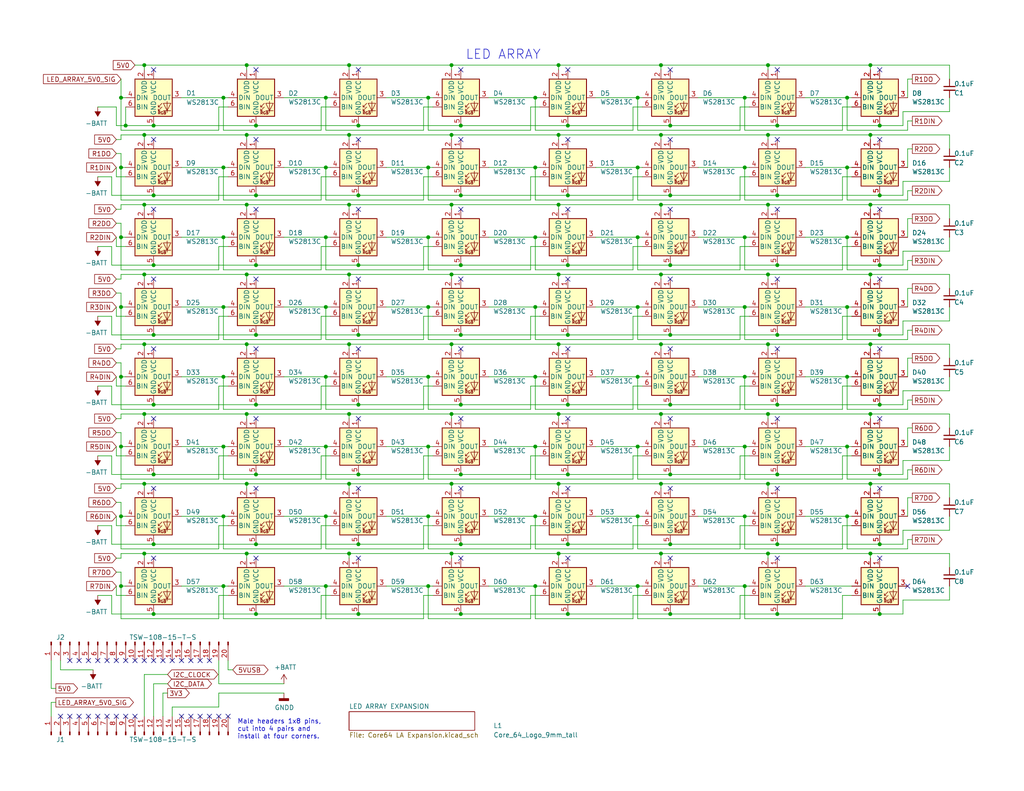
<source format=kicad_sch>
(kicad_sch (version 20211123) (generator eeschema)
  (paper "A")
  (title_block (title "Core64 LED ARRAY (LA)") (date "2023-03-29") (rev "1.3") (company "Concept and design by Andy Geppert | www.MachineIdeas.com") (comment 1 "Visit www.Core64.io for information on assembly and optional features.") (comment 4 "All capacitors ceramic X7R unless otherwise noted."))
  (junction (at 146.05 45.72))
  (junction (at 182.88 148.59))
  (junction (at 116.84 121.92))
  (junction (at 173.99 64.77))
  (junction (at 209.55 151.13))
  (junction (at 152.4 113.03))
  (junction (at 209.55 93.98))
  (junction (at 39.37 36.83))
  (junction (at 97.79 72.39))
  (junction (at 88.9 140.97))
  (junction (at 212.09 129.54))
  (junction (at 95.25 132.08))
  (junction (at 67.31 36.83))
  (junction (at 41.91 53.34))
  (junction (at 182.88 53.34))
  (junction (at 173.99 160.02))
  (junction (at 203.2 140.97))
  (junction (at 60.96 160.02))
  (junction (at 152.4 93.98))
  (junction (at 240.03 148.59))
  (junction (at 123.19 17.78))
  (junction (at 180.34 113.03))
  (junction (at 67.31 151.13))
  (junction (at 33.02 121.92))
  (junction (at 212.09 110.49))
  (junction (at 240.03 167.64))
  (junction (at 116.84 102.87))
  (junction (at 88.9 83.82))
  (junction (at 67.31 17.78))
  (junction (at 60.96 121.92))
  (junction (at 173.99 45.72))
  (junction (at 203.2 26.67))
  (junction (at 173.99 26.67))
  (junction (at 41.91 110.49))
  (junction (at 209.55 36.83))
  (junction (at 212.09 91.44))
  (junction (at 67.31 93.98))
  (junction (at 209.55 113.03))
  (junction (at 60.96 102.87))
  (junction (at 69.85 167.64))
  (junction (at 173.99 102.87))
  (junction (at 180.34 93.98))
  (junction (at 69.85 91.44))
  (junction (at 231.14 45.72))
  (junction (at 154.94 148.59))
  (junction (at 69.85 129.54))
  (junction (at 69.85 53.34))
  (junction (at 240.03 91.44))
  (junction (at 125.73 148.59))
  (junction (at 39.37 17.78))
  (junction (at 231.14 121.92))
  (junction (at 212.09 53.34))
  (junction (at 231.14 102.87))
  (junction (at 154.94 72.39))
  (junction (at 60.96 83.82))
  (junction (at 95.25 113.03))
  (junction (at 88.9 160.02))
  (junction (at 173.99 140.97))
  (junction (at 97.79 34.29))
  (junction (at 154.94 91.44))
  (junction (at 97.79 129.54))
  (junction (at 182.88 129.54))
  (junction (at 180.34 17.78))
  (junction (at 33.02 26.67))
  (junction (at 41.91 72.39))
  (junction (at 209.55 132.08))
  (junction (at 88.9 64.77))
  (junction (at 60.96 64.77))
  (junction (at 203.2 160.02))
  (junction (at 97.79 110.49))
  (junction (at 69.85 148.59))
  (junction (at 116.84 26.67))
  (junction (at 180.34 36.83))
  (junction (at 209.55 17.78))
  (junction (at 209.55 55.88))
  (junction (at 237.49 93.98))
  (junction (at 146.05 102.87))
  (junction (at 33.02 102.87))
  (junction (at 116.84 160.02))
  (junction (at 97.79 53.34))
  (junction (at 95.25 17.78))
  (junction (at 146.05 160.02))
  (junction (at 237.49 151.13))
  (junction (at 95.25 36.83))
  (junction (at 39.37 132.08))
  (junction (at 237.49 55.88))
  (junction (at 97.79 167.64))
  (junction (at 95.25 93.98))
  (junction (at 240.03 72.39))
  (junction (at 203.2 45.72))
  (junction (at 41.91 34.29))
  (junction (at 39.37 113.03))
  (junction (at 212.09 167.64))
  (junction (at 123.19 93.98))
  (junction (at 116.84 83.82))
  (junction (at 69.85 72.39))
  (junction (at 154.94 129.54))
  (junction (at 173.99 83.82))
  (junction (at 240.03 129.54))
  (junction (at 41.91 148.59))
  (junction (at 240.03 110.49))
  (junction (at 231.14 64.77))
  (junction (at 67.31 55.88))
  (junction (at 95.25 74.93))
  (junction (at 180.34 74.93))
  (junction (at 88.9 102.87))
  (junction (at 39.37 93.98))
  (junction (at 231.14 83.82))
  (junction (at 88.9 121.92))
  (junction (at 123.19 113.03))
  (junction (at 180.34 132.08))
  (junction (at 146.05 64.77))
  (junction (at 41.91 129.54))
  (junction (at 125.73 91.44))
  (junction (at 60.96 26.67))
  (junction (at 146.05 83.82))
  (junction (at 237.49 113.03))
  (junction (at 240.03 34.29))
  (junction (at 97.79 148.59))
  (junction (at 95.25 55.88))
  (junction (at 125.73 129.54))
  (junction (at 182.88 34.29))
  (junction (at 146.05 140.97))
  (junction (at 39.37 151.13))
  (junction (at 95.25 151.13))
  (junction (at 97.79 91.44))
  (junction (at 33.02 140.97))
  (junction (at 152.4 151.13))
  (junction (at 123.19 151.13))
  (junction (at 88.9 45.72))
  (junction (at 237.49 132.08))
  (junction (at 67.31 74.93))
  (junction (at 123.19 132.08))
  (junction (at 123.19 74.93))
  (junction (at 182.88 72.39))
  (junction (at 212.09 72.39))
  (junction (at 116.84 140.97))
  (junction (at 125.73 34.29))
  (junction (at 231.14 140.97))
  (junction (at 39.37 55.88))
  (junction (at 33.02 160.02))
  (junction (at 146.05 121.92))
  (junction (at 39.37 74.93))
  (junction (at 33.02 83.82))
  (junction (at 203.2 64.77))
  (junction (at 123.19 55.88))
  (junction (at 182.88 110.49))
  (junction (at 203.2 121.92))
  (junction (at 67.31 113.03))
  (junction (at 88.9 26.67))
  (junction (at 67.31 132.08))
  (junction (at 125.73 53.34))
  (junction (at 180.34 55.88))
  (junction (at 240.03 53.34))
  (junction (at 212.09 34.29))
  (junction (at 203.2 83.82))
  (junction (at 152.4 132.08))
  (junction (at 116.84 64.77))
  (junction (at 116.84 45.72))
  (junction (at 152.4 74.93))
  (junction (at 34.29 34.29))
  (junction (at 203.2 102.87))
  (junction (at 60.96 140.97))
  (junction (at 33.02 45.72))
  (junction (at 146.05 26.67))
  (junction (at 125.73 110.49))
  (junction (at 182.88 167.64))
  (junction (at 41.91 91.44))
  (junction (at 237.49 36.83))
  (junction (at 173.99 121.92))
  (junction (at 154.94 167.64))
  (junction (at 41.91 167.64))
  (junction (at 212.09 148.59))
  (junction (at 154.94 34.29))
  (junction (at 152.4 55.88))
  (junction (at 60.96 45.72))
  (junction (at 154.94 53.34))
  (junction (at 154.94 110.49))
  (junction (at 182.88 91.44))
  (junction (at 152.4 17.78))
  (junction (at 69.85 110.49))
  (junction (at 180.34 151.13))
  (junction (at 125.73 167.64))
  (junction (at 231.14 26.67))
  (junction (at 123.19 36.83))
  (junction (at 69.85 34.29))
  (junction (at 33.02 64.77))
  (junction (at 237.49 17.78))
  (junction (at 152.4 36.83))
  (junction (at 125.73 72.39))
  (junction (at 209.55 74.93))
  (junction (at 237.49 74.93))
  (no_connect (at 26.67 180.34))
  (no_connect (at 182.88 57.15))
  (no_connect (at 154.94 152.4))
  (no_connect (at 39.37 180.34))
  (no_connect (at 212.09 76.2))
  (no_connect (at 97.79 114.3))
  (no_connect (at 46.99 180.34))
  (no_connect (at 182.88 152.4))
  (no_connect (at 154.94 76.2))
  (no_connect (at 125.73 133.35))
  (no_connect (at 240.03 152.4))
  (no_connect (at 41.91 114.3))
  (no_connect (at 240.03 95.25))
  (no_connect (at 154.94 133.35))
  (no_connect (at 69.85 38.1))
  (no_connect (at 212.09 57.15))
  (no_connect (at 125.73 95.25))
  (no_connect (at 97.79 76.2))
  (no_connect (at 212.09 19.05))
  (no_connect (at 125.73 114.3))
  (no_connect (at 24.13 180.34))
  (no_connect (at 125.73 38.1))
  (no_connect (at 36.83 195.58))
  (no_connect (at 59.69 195.58))
  (no_connect (at 52.07 180.34))
  (no_connect (at 19.05 180.34))
  (no_connect (at 16.51 195.58))
  (no_connect (at 182.88 38.1))
  (no_connect (at 19.05 195.58))
  (no_connect (at 212.09 133.35))
  (no_connect (at 41.91 76.2))
  (no_connect (at 57.15 195.58))
  (no_connect (at 54.61 180.34))
  (no_connect (at 34.29 195.58))
  (no_connect (at 240.03 76.2))
  (no_connect (at 240.03 57.15))
  (no_connect (at 41.91 133.35))
  (no_connect (at 212.09 152.4))
  (no_connect (at 69.85 19.05))
  (no_connect (at 29.21 195.58))
  (no_connect (at 182.88 114.3))
  (no_connect (at 97.79 95.25))
  (no_connect (at 24.13 195.58))
  (no_connect (at 31.75 195.58))
  (no_connect (at 44.45 180.34))
  (no_connect (at 154.94 57.15))
  (no_connect (at 125.73 57.15))
  (no_connect (at 21.59 195.58))
  (no_connect (at 41.91 180.34))
  (no_connect (at 154.94 114.3))
  (no_connect (at 97.79 133.35))
  (no_connect (at 154.94 19.05))
  (no_connect (at 52.07 195.58))
  (no_connect (at 182.88 95.25))
  (no_connect (at 212.09 114.3))
  (no_connect (at 182.88 76.2))
  (no_connect (at 247.65 160.02))
  (no_connect (at 69.85 152.4))
  (no_connect (at 69.85 114.3))
  (no_connect (at 29.21 180.34))
  (no_connect (at 41.91 19.05))
  (no_connect (at 54.61 195.58))
  (no_connect (at 21.59 180.34))
  (no_connect (at 69.85 57.15))
  (no_connect (at 240.03 133.35))
  (no_connect (at 182.88 19.05))
  (no_connect (at 212.09 38.1))
  (no_connect (at 97.79 57.15))
  (no_connect (at 240.03 114.3))
  (no_connect (at 240.03 19.05))
  (no_connect (at 97.79 19.05))
  (no_connect (at 69.85 95.25))
  (no_connect (at 125.73 76.2))
  (no_connect (at 41.91 95.25))
  (no_connect (at 240.03 38.1))
  (no_connect (at 97.79 38.1))
  (no_connect (at 182.88 133.35))
  (no_connect (at 34.29 180.34))
  (no_connect (at 41.91 152.4))
  (no_connect (at 36.83 180.34))
  (no_connect (at 41.91 38.1))
  (no_connect (at 69.85 133.35))
  (no_connect (at 154.94 95.25))
  (no_connect (at 69.85 76.2))
  (no_connect (at 49.53 195.58))
  (no_connect (at 154.94 38.1))
  (no_connect (at 26.67 195.58))
  (no_connect (at 62.23 195.58))
  (no_connect (at 49.53 180.34))
  (no_connect (at 125.73 152.4))
  (no_connect (at 212.09 95.25))
  (no_connect (at 31.75 180.34))
  (no_connect (at 125.73 19.05))
  (no_connect (at 41.91 57.15))
  (no_connect (at 97.79 152.4))
  (no_connect (at 57.15 180.34))
  (wire (pts (xy 247.65 147.32) (xy 248.92 147.32)))
  (wire (pts (xy 212.09 34.29) (xy 240.03 34.29)))
  (wire (pts (xy 67.31 57.15) (xy 67.31 55.88)))
  (wire (pts (xy 146.05 64.77) (xy 147.32 64.77)))
  (wire (pts (xy 39.37 38.1) (xy 39.37 36.83)))
  (wire (pts (xy 203.2 168.91) (xy 203.2 160.02)))
  (wire (pts (xy 60.96 83.82) (xy 62.23 83.82)))
  (wire (pts (xy 229.87 162.56) (xy 229.87 168.91)))
  (wire (pts (xy 118.11 124.46) (xy 115.57 124.46)))
  (wire (pts (xy 30.48 72.39) (xy 41.91 72.39)))
  (wire (pts (xy 60.96 64.77) (xy 62.23 64.77)))
  (wire (pts (xy 246.38 72.39) (xy 240.03 72.39)))
  (wire (pts (xy 247.65 71.12) (xy 248.92 71.12)))
  (wire (pts (xy 152.4 57.15) (xy 152.4 55.88)))
  (wire (pts (xy 123.19 95.25) (xy 123.19 93.98)))
  (wire (pts (xy 125.73 167.64) (xy 154.94 167.64)))
  (wire (pts (xy 180.34 114.3) (xy 180.34 113.03)))
  (wire (pts (xy 125.73 91.44) (xy 154.94 91.44)))
  (wire (pts (xy 172.72 130.81) (xy 146.05 130.81)))
  (wire (pts (xy 144.78 168.91) (xy 116.84 168.91)))
  (wire (pts (xy 146.05 160.02) (xy 147.32 160.02)))
  (wire (pts (xy 231.14 140.97) (xy 232.41 140.97)))
  (wire (pts (xy 62.23 124.46) (xy 59.69 124.46)))
  (wire (pts (xy 172.72 162.56) (xy 172.72 168.91)))
  (wire (pts (xy 88.9 168.91) (xy 88.9 160.02)))
  (wire (pts (xy 95.25 93.98) (xy 123.19 93.98)))
  (wire (pts (xy 97.79 53.34) (xy 125.73 53.34)))
  (wire (pts (xy 246.38 106.68) (xy 259.08 106.68)))
  (wire (pts (xy 201.93 168.91) (xy 173.99 168.91)))
  (wire (pts (xy 172.72 168.91) (xy 146.05 168.91)))
  (wire (pts (xy 229.87 111.76) (xy 203.2 111.76)))
  (wire (pts (xy 39.37 57.15) (xy 39.37 55.88)))
  (wire (pts (xy 88.9 102.87) (xy 90.17 102.87)))
  (wire (pts (xy 116.84 121.92) (xy 118.11 121.92)))
  (wire (pts (xy 77.47 189.23) (xy 59.69 189.23)))
  (wire (pts (xy 31.75 137.16) (xy 33.02 137.16)))
  (wire (pts (xy 133.35 121.92) (xy 146.05 121.92)))
  (wire (pts (xy 95.25 95.25) (xy 95.25 93.98)))
  (wire (pts (xy 30.48 53.34) (xy 41.91 53.34)))
  (wire (pts (xy 118.11 48.26) (xy 115.57 48.26)))
  (wire (pts (xy 246.38 125.73) (xy 259.08 125.73)))
  (wire (pts (xy 41.91 167.64) (xy 69.85 167.64)))
  (wire (pts (xy 133.35 140.97) (xy 146.05 140.97)))
  (wire (pts (xy 31.75 118.11) (xy 33.02 118.11)))
  (wire (pts (xy 175.26 67.31) (xy 172.72 67.31)))
  (wire (pts (xy 123.19 132.08) (xy 152.4 132.08)))
  (wire (pts (xy 115.57 143.51) (xy 115.57 149.86)))
  (wire (pts (xy 77.47 140.97) (xy 88.9 140.97)))
  (wire (pts (xy 231.14 102.87) (xy 232.41 102.87)))
  (wire (pts (xy 219.71 83.82) (xy 231.14 83.82)))
  (wire (pts (xy 90.17 48.26) (xy 87.63 48.26)))
  (wire (pts (xy 201.93 105.41) (xy 201.93 111.76)))
  (wire (pts (xy 115.57 48.26) (xy 115.57 54.61)))
  (wire (pts (xy 88.9 111.76) (xy 88.9 102.87)))
  (wire (pts (xy 67.31 113.03) (xy 95.25 113.03)))
  (wire (pts (xy 123.19 76.2) (xy 123.19 74.93)))
  (wire (pts (xy 229.87 130.81) (xy 203.2 130.81)))
  (wire (pts (xy 154.94 34.29) (xy 182.88 34.29)))
  (wire (pts (xy 67.31 17.78) (xy 67.31 19.05)))
  (wire (pts (xy 16.51 180.34) (xy 16.51 182.88)))
  (wire (pts (xy 60.96 73.66) (xy 60.96 64.77)))
  (wire (pts (xy 31.75 45.72) (xy 31.75 48.26)))
  (wire (pts (xy 26.67 143.51) (xy 30.48 143.51)))
  (wire (pts (xy 41.91 53.34) (xy 69.85 53.34)))
  (wire (pts (xy 44.45 195.58) (xy 44.45 189.23)))
  (wire (pts (xy 49.53 26.67) (xy 60.96 26.67)))
  (wire (pts (xy 59.69 54.61) (xy 33.02 54.61)))
  (wire (pts (xy 30.48 129.54) (xy 41.91 129.54)))
  (wire (pts (xy 90.17 67.31) (xy 87.63 67.31)))
  (wire (pts (xy 240.03 53.34) (xy 246.38 53.34)))
  (wire (pts (xy 123.19 38.1) (xy 123.19 36.83)))
  (wire (pts (xy 144.78 111.76) (xy 116.84 111.76)))
  (wire (pts (xy 95.25 17.78) (xy 95.25 19.05)))
  (wire (pts (xy 259.08 17.78) (xy 259.08 21.59)))
  (wire (pts (xy 59.69 29.21) (xy 62.23 29.21)))
  (wire (pts (xy 162.56 64.77) (xy 173.99 64.77)))
  (wire (pts (xy 246.38 91.44) (xy 246.38 87.63)))
  (wire (pts (xy 209.55 17.78) (xy 209.55 19.05)))
  (wire (pts (xy 69.85 34.29) (xy 97.79 34.29)))
  (wire (pts (xy 209.55 151.13) (xy 237.49 151.13)))
  (wire (pts (xy 209.55 95.25) (xy 209.55 93.98)))
  (wire (pts (xy 259.08 87.63) (xy 259.08 83.82)))
  (wire (pts (xy 97.79 72.39) (xy 125.73 72.39)))
  (wire (pts (xy 33.02 92.71) (xy 33.02 83.82)))
  (wire (pts (xy 229.87 105.41) (xy 229.87 111.76)))
  (wire (pts (xy 212.09 91.44) (xy 240.03 91.44)))
  (wire (pts (xy 39.37 113.03) (xy 67.31 113.03)))
  (wire (pts (xy 209.55 57.15) (xy 209.55 55.88)))
  (wire (pts (xy 67.31 36.83) (xy 95.25 36.83)))
  (wire (pts (xy 154.94 167.64) (xy 182.88 167.64)))
  (wire (pts (xy 115.57 168.91) (xy 88.9 168.91)))
  (wire (pts (xy 30.48 143.51) (xy 30.48 148.59)))
  (wire (pts (xy 97.79 148.59) (xy 125.73 148.59)))
  (wire (pts (xy 123.19 36.83) (xy 152.4 36.83)))
  (wire (pts (xy 201.93 143.51) (xy 201.93 149.86)))
  (wire (pts (xy 212.09 129.54) (xy 240.03 129.54)))
  (wire (pts (xy 172.72 143.51) (xy 172.72 149.86)))
  (wire (pts (xy 247.65 149.86) (xy 247.65 147.32)))
  (wire (pts (xy 30.48 110.49) (xy 41.91 110.49)))
  (wire (pts (xy 33.02 151.13) (xy 39.37 151.13)))
  (wire (pts (xy 144.78 92.71) (xy 116.84 92.71)))
  (wire (pts (xy 95.25 133.35) (xy 95.25 132.08)))
  (wire (pts (xy 231.14 26.67) (xy 232.41 26.67)))
  (wire (pts (xy 247.65 90.17) (xy 248.92 90.17)))
  (wire (pts (xy 31.75 80.01) (xy 33.02 80.01)))
  (wire (pts (xy 116.84 92.71) (xy 116.84 83.82)))
  (wire (pts (xy 116.84 160.02) (xy 118.11 160.02)))
  (wire (pts (xy 67.31 55.88) (xy 95.25 55.88)))
  (wire (pts (xy 115.57 111.76) (xy 88.9 111.76)))
  (wire (pts (xy 247.65 45.72) (xy 247.65 40.64)))
  (wire (pts (xy 87.63 73.66) (xy 60.96 73.66)))
  (wire (pts (xy 97.79 72.39) (xy 69.85 72.39)))
  (wire (pts (xy 237.49 132.08) (xy 237.49 133.35)))
  (wire (pts (xy 123.19 151.13) (xy 152.4 151.13)))
  (wire (pts (xy 147.32 143.51) (xy 144.78 143.51)))
  (wire (pts (xy 203.2 121.92) (xy 204.47 121.92)))
  (wire (pts (xy 173.99 26.67) (xy 175.26 26.67)))
  (wire (pts (xy 116.84 140.97) (xy 118.11 140.97)))
  (wire (pts (xy 59.69 73.66) (xy 33.02 73.66)))
  (wire (pts (xy 231.14 26.67) (xy 231.14 35.56)))
  (wire (pts (xy 259.08 55.88) (xy 259.08 59.69)))
  (wire (pts (xy 231.14 64.77) (xy 232.41 64.77)))
  (wire (pts (xy 173.99 130.81) (xy 173.99 121.92)))
  (wire (pts (xy 87.63 48.26) (xy 87.63 54.61)))
  (wire (pts (xy 247.65 109.22) (xy 248.92 109.22)))
  (wire (pts (xy 180.34 57.15) (xy 180.34 55.88)))
  (wire (pts (xy 31.75 152.4) (xy 33.02 152.4)))
  (wire (pts (xy 49.53 45.72) (xy 60.96 45.72)))
  (wire (pts (xy 95.25 55.88) (xy 123.19 55.88)))
  (wire (pts (xy 219.71 121.92) (xy 231.14 121.92)))
  (wire (pts (xy 118.11 86.36) (xy 115.57 86.36)))
  (wire (pts (xy 231.14 130.81) (xy 247.65 130.81)))
  (wire (pts (xy 33.02 60.96) (xy 33.02 64.77)))
  (wire (pts (xy 146.05 26.67) (xy 147.32 26.67)))
  (wire (pts (xy 77.47 26.67) (xy 88.9 26.67)))
  (wire (pts (xy 31.75 121.92) (xy 31.75 124.46)))
  (wire (pts (xy 77.47 45.72) (xy 88.9 45.72)))
  (wire (pts (xy 209.55 133.35) (xy 209.55 132.08)))
  (wire (pts (xy 88.9 83.82) (xy 90.17 83.82)))
  (wire (pts (xy 123.19 17.78) (xy 152.4 17.78)))
  (wire (pts (xy 59.69 124.46) (xy 59.69 130.81)))
  (wire (pts (xy 201.93 130.81) (xy 173.99 130.81)))
  (wire (pts (xy 172.72 86.36) (xy 172.72 92.71)))
  (wire (pts (xy 209.55 152.4) (xy 209.55 151.13)))
  (wire (pts (xy 105.41 83.82) (xy 116.84 83.82)))
  (wire (pts (xy 204.47 86.36) (xy 201.93 86.36)))
  (wire (pts (xy 237.49 93.98) (xy 237.49 95.25)))
  (wire (pts (xy 33.02 130.81) (xy 33.02 121.92)))
  (wire (pts (xy 247.65 135.89) (xy 248.92 135.89)))
  (wire (pts (xy 201.93 149.86) (xy 173.99 149.86)))
  (wire (pts (xy 204.47 143.51) (xy 201.93 143.51)))
  (wire (pts (xy 77.47 160.02) (xy 88.9 160.02)))
  (wire (pts (xy 41.91 34.29) (xy 34.29 34.29)))
  (wire (pts (xy 33.02 156.21) (xy 33.02 160.02)))
  (wire (pts (xy 39.37 55.88) (xy 67.31 55.88)))
  (wire (pts (xy 246.38 34.29) (xy 246.38 30.48)))
  (wire (pts (xy 41.91 34.29) (xy 69.85 34.29)))
  (wire (pts (xy 180.34 152.4) (xy 180.34 151.13)))
  (wire (pts (xy 123.19 93.98) (xy 152.4 93.98)))
  (wire (pts (xy 33.02 54.61) (xy 33.02 45.72)))
  (wire (pts (xy 67.31 133.35) (xy 67.31 132.08)))
  (wire (pts (xy 13.97 180.34) (xy 13.97 187.96)))
  (wire (pts (xy 182.88 148.59) (xy 212.09 148.59)))
  (wire (pts (xy 201.93 86.36) (xy 201.93 92.71)))
  (wire (pts (xy 212.09 110.49) (xy 240.03 110.49)))
  (wire (pts (xy 59.69 130.81) (xy 33.02 130.81)))
  (wire (pts (xy 123.19 17.78) (xy 95.25 17.78)))
  (wire (pts (xy 146.05 54.61) (xy 146.05 45.72)))
  (wire (pts (xy 69.85 53.34) (xy 97.79 53.34)))
  (wire (pts (xy 59.69 180.34) (xy 59.69 186.69)))
  (wire (pts (xy 97.79 167.64) (xy 125.73 167.64)))
  (wire (pts (xy 88.9 160.02) (xy 90.17 160.02)))
  (wire (pts (xy 133.35 160.02) (xy 146.05 160.02)))
  (wire (pts (xy 231.14 102.87) (xy 231.14 111.76)))
  (wire (pts (xy 34.29 26.67) (xy 33.02 26.67)))
  (wire (pts (xy 259.08 132.08) (xy 259.08 135.89)))
  (wire (pts (xy 33.02 95.25) (xy 33.02 93.98)))
  (wire (pts (xy 69.85 72.39) (xy 41.91 72.39)))
  (wire (pts (xy 152.4 55.88) (xy 180.34 55.88)))
  (wire (pts (xy 125.73 110.49) (xy 154.94 110.49)))
  (wire (pts (xy 203.2 83.82) (xy 204.47 83.82)))
  (wire (pts (xy 209.55 113.03) (xy 237.49 113.03)))
  (wire (pts (xy 182.88 167.64) (xy 212.09 167.64)))
  (wire (pts (xy 77.47 83.82) (xy 88.9 83.82)))
  (wire (pts (xy 175.26 105.41) (xy 172.72 105.41)))
  (wire (pts (xy 219.71 160.02) (xy 232.41 160.02)))
  (wire (pts (xy 87.63 111.76) (xy 60.96 111.76)))
  (wire (pts (xy 201.93 162.56) (xy 201.93 168.91)))
  (wire (pts (xy 237.49 17.78) (xy 259.08 17.78)))
  (wire (pts (xy 87.63 105.41) (xy 87.63 111.76)))
  (wire (pts (xy 231.14 121.92) (xy 231.14 130.81)))
  (wire (pts (xy 203.2 149.86) (xy 203.2 140.97)))
  (wire (pts (xy 231.14 45.72) (xy 232.41 45.72)))
  (wire (pts (xy 16.51 182.88) (xy 25.4 182.88)))
  (wire (pts (xy 116.84 35.56) (xy 144.78 35.56)))
  (wire (pts (xy 59.69 111.76) (xy 33.02 111.76)))
  (wire (pts (xy 172.72 124.46) (xy 172.72 130.81)))
  (wire (pts (xy 67.31 93.98) (xy 95.25 93.98)))
  (wire (pts (xy 13.97 187.96) (xy 15.24 187.96)))
  (wire (pts (xy 67.31 152.4) (xy 67.31 151.13)))
  (wire (pts (xy 31.75 60.96) (xy 33.02 60.96)))
  (wire (pts (xy 201.93 54.61) (xy 173.99 54.61)))
  (wire (pts (xy 97.79 91.44) (xy 125.73 91.44)))
  (wire (pts (xy 246.38 49.53) (xy 259.08 49.53)))
  (wire (pts (xy 154.94 110.49) (xy 182.88 110.49)))
  (wire (pts (xy 152.4 95.25) (xy 152.4 93.98)))
  (wire (pts (xy 162.56 26.67) (xy 173.99 26.67)))
  (wire (pts (xy 31.75 83.82) (xy 31.75 86.36)))
  (wire (pts (xy 237.49 55.88) (xy 259.08 55.88)))
  (wire (pts (xy 31.75 156.21) (xy 33.02 156.21)))
  (wire (pts (xy 116.84 45.72) (xy 118.11 45.72)))
  (wire (pts (xy 60.96 26.67) (xy 62.23 26.67)))
  (wire (pts (xy 95.25 114.3) (xy 95.25 113.03)))
  (wire (pts (xy 41.91 91.44) (xy 69.85 91.44)))
  (wire (pts (xy 190.5 160.02) (xy 203.2 160.02)))
  (wire (pts (xy 116.84 83.82) (xy 118.11 83.82)))
  (wire (pts (xy 203.2 64.77) (xy 204.47 64.77)))
  (wire (pts (xy 67.31 76.2) (xy 67.31 74.93)))
  (wire (pts (xy 180.34 95.25) (xy 180.34 93.98)))
  (wire (pts (xy 95.25 74.93) (xy 123.19 74.93)))
  (wire (pts (xy 147.32 67.31) (xy 144.78 67.31)))
  (wire (pts (xy 116.84 64.77) (xy 118.11 64.77)))
  (wire (pts (xy 144.78 105.41) (xy 144.78 111.76)))
  (wire (pts (xy 203.2 92.71) (xy 203.2 83.82)))
  (wire (pts (xy 34.29 34.29) (xy 31.75 34.29)))
  (wire (pts (xy 95.25 36.83) (xy 123.19 36.83)))
  (wire (pts (xy 246.38 68.58) (xy 246.38 72.39)))
  (wire (pts (xy 190.5 45.72) (xy 203.2 45.72)))
  (wire (pts (xy 247.65 97.79) (xy 248.92 97.79)))
  (wire (pts (xy 88.9 64.77) (xy 90.17 64.77)))
  (wire (pts (xy 123.19 114.3) (xy 123.19 113.03)))
  (wire (pts (xy 154.94 148.59) (xy 182.88 148.59)))
  (wire (pts (xy 246.38 167.64) (xy 246.38 163.83)))
  (wire (pts (xy 146.05 35.56) (xy 172.72 35.56)))
  (wire (pts (xy 201.93 92.71) (xy 173.99 92.71)))
  (wire (pts (xy 180.34 76.2) (xy 180.34 74.93)))
  (wire (pts (xy 59.69 186.69) (xy 77.47 186.69)))
  (wire (pts (xy 237.49 36.83) (xy 237.49 38.1)))
  (wire (pts (xy 147.32 162.56) (xy 144.78 162.56)))
  (wire (pts (xy 41.91 148.59) (xy 69.85 148.59)))
  (wire (pts (xy 46.99 193.04) (xy 59.69 193.04)))
  (wire (pts (xy 203.2 140.97) (xy 204.47 140.97)))
  (wire (pts (xy 182.88 110.49) (xy 212.09 110.49)))
  (wire (pts (xy 69.85 148.59) (xy 97.79 148.59)))
  (wire (pts (xy 175.26 124.46) (xy 172.72 124.46)))
  (wire (pts (xy 182.88 34.29) (xy 212.09 34.29)))
  (wire (pts (xy 229.87 149.86) (xy 203.2 149.86)))
  (wire (pts (xy 259.08 106.68) (xy 259.08 102.87)))
  (wire (pts (xy 190.5 102.87) (xy 203.2 102.87)))
  (wire (pts (xy 219.71 26.67) (xy 231.14 26.67)))
  (wire (pts (xy 31.75 38.1) (xy 33.02 38.1)))
  (wire (pts (xy 152.4 133.35) (xy 152.4 132.08)))
  (wire (pts (xy 49.53 64.77) (xy 60.96 64.77)))
  (wire (pts (xy 87.63 92.71) (xy 60.96 92.71)))
  (wire (pts (xy 180.34 19.05) (xy 180.34 17.78)))
  (wire (pts (xy 49.53 83.82) (xy 60.96 83.82)))
  (wire (pts (xy 182.88 91.44) (xy 212.09 91.44)))
  (wire (pts (xy 31.75 114.3) (xy 33.02 114.3)))
  (wire (pts (xy 190.5 64.77) (xy 203.2 64.77)))
  (wire (pts (xy 33.02 133.35) (xy 33.02 132.08)))
  (wire (pts (xy 146.05 149.86) (xy 146.05 140.97)))
  (wire (pts (xy 115.57 124.46) (xy 115.57 130.81)))
  (wire (pts (xy 182.88 53.34) (xy 212.09 53.34)))
  (wire (pts (xy 180.34 38.1) (xy 180.34 36.83)))
  (wire (pts (xy 44.45 189.23) (xy 45.72 189.23)))
  (wire (pts (xy 144.78 143.51) (xy 144.78 149.86)))
  (wire (pts (xy 62.23 180.34) (xy 62.23 182.88)))
  (wire (pts (xy 33.02 76.2) (xy 33.02 74.93)))
  (wire (pts (xy 77.47 64.77) (xy 88.9 64.77)))
  (wire (pts (xy 115.57 67.31) (xy 115.57 73.66)))
  (wire (pts (xy 212.09 72.39) (xy 240.03 72.39)))
  (wire (pts (xy 259.08 74.93) (xy 259.08 78.74)))
  (wire (pts (xy 62.23 143.51) (xy 59.69 143.51)))
  (wire (pts (xy 219.71 64.77) (xy 231.14 64.77)))
  (wire (pts (xy 31.75 140.97) (xy 31.75 143.51)))
  (wire (pts (xy 146.05 140.97) (xy 147.32 140.97)))
  (wire (pts (xy 201.93 124.46) (xy 201.93 130.81)))
  (wire (pts (xy 154.94 53.34) (xy 182.88 53.34)))
  (wire (pts (xy 26.67 162.56) (xy 30.48 162.56)))
  (wire (pts (xy 33.02 118.11) (xy 33.02 121.92)))
  (wire (pts (xy 62.23 86.36) (xy 59.69 86.36)))
  (wire (pts (xy 259.08 30.48) (xy 259.08 26.67)))
  (wire (pts (xy 87.63 86.36) (xy 87.63 92.71)))
  (wire (pts (xy 152.4 76.2) (xy 152.4 74.93)))
  (wire (pts (xy 60.96 149.86) (xy 60.96 140.97)))
  (wire (pts (xy 229.87 92.71) (xy 203.2 92.71)))
  (wire (pts (xy 88.9 26.67) (xy 90.17 26.67)))
  (wire (pts (xy 172.72 73.66) (xy 146.05 73.66)))
  (wire (pts (xy 204.47 67.31) (xy 201.93 67.31)))
  (wire (pts (xy 105.41 160.02) (xy 116.84 160.02)))
  (wire (pts (xy 144.78 48.26) (xy 144.78 54.61)))
  (wire (pts (xy 209.55 55.88) (xy 237.49 55.88)))
  (wire (pts (xy 182.88 129.54) (xy 212.09 129.54)))
  (wire (pts (xy 31.75 76.2) (xy 33.02 76.2)))
  (wire (pts (xy 60.96 45.72) (xy 62.23 45.72)))
  (wire (pts (xy 34.29 34.29) (xy 34.29 29.21)))
  (wire (pts (xy 31.75 160.02) (xy 31.75 162.56)))
  (wire (pts (xy 33.02 132.08) (xy 39.37 132.08)))
  (wire (pts (xy 146.05 45.72) (xy 147.32 45.72)))
  (wire (pts (xy 203.2 111.76) (xy 203.2 102.87)))
  (wire (pts (xy 146.05 92.71) (xy 146.05 83.82)))
  (wire (pts (xy 26.67 67.31) (xy 30.48 67.31)))
  (wire (pts (xy 33.02 45.72) (xy 34.29 45.72)))
  (wire (pts (xy 30.48 167.64) (xy 41.91 167.64)))
  (wire (pts (xy 33.02 111.76) (xy 33.02 102.87)))
  (wire (pts (xy 88.9 121.92) (xy 90.17 121.92)))
  (wire (pts (xy 231.14 149.86) (xy 247.65 149.86)))
  (wire (pts (xy 247.65 73.66) (xy 247.65 71.12)))
  (wire (pts (xy 147.32 124.46) (xy 144.78 124.46)))
  (wire (pts (xy 95.25 152.4) (xy 95.25 151.13)))
  (wire (pts (xy 180.34 113.03) (xy 209.55 113.03)))
  (wire (pts (xy 172.72 92.71) (xy 146.05 92.71)))
  (wire (pts (xy 49.53 121.92) (xy 60.96 121.92)))
  (wire (pts (xy 115.57 149.86) (xy 88.9 149.86)))
  (wire (pts (xy 175.26 162.56) (xy 172.72 162.56)))
  (wire (pts (xy 118.11 143.51) (xy 115.57 143.51)))
  (wire (pts (xy 115.57 73.66) (xy 88.9 73.66)))
  (wire (pts (xy 30.48 86.36) (xy 30.48 91.44)))
  (wire (pts (xy 33.02 114.3) (xy 33.02 113.03)))
  (wire (pts (xy 88.9 26.67) (xy 88.9 35.56)))
  (wire (pts (xy 180.34 132.08) (xy 209.55 132.08)))
  (wire (pts (xy 146.05 121.92) (xy 147.32 121.92)))
  (wire (pts (xy 36.83 17.78) (xy 39.37 17.78)))
  (wire (pts (xy 125.73 129.54) (xy 154.94 129.54)))
  (wire (pts (xy 172.72 111.76) (xy 146.05 111.76)))
  (wire (pts (xy 247.65 128.27) (xy 248.92 128.27)))
  (wire (pts (xy 60.96 92.71) (xy 60.96 83.82)))
  (wire (pts (xy 190.5 121.92) (xy 203.2 121.92)))
  (wire (pts (xy 39.37 195.58) (xy 39.37 184.15)))
  (wire (pts (xy 203.2 35.56) (xy 229.87 35.56)))
  (wire (pts (xy 116.84 130.81) (xy 116.84 121.92)))
  (wire (pts (xy 39.37 95.25) (xy 39.37 93.98)))
  (wire (pts (xy 247.65 140.97) (xy 247.65 135.89)))
  (wire (pts (xy 175.26 86.36) (xy 172.72 86.36)))
  (wire (pts (xy 232.41 143.51) (xy 229.87 143.51)))
  (wire (pts (xy 173.99 121.92) (xy 175.26 121.92)))
  (wire (pts (xy 33.02 99.06) (xy 33.02 102.87)))
  (wire (pts (xy 62.23 48.26) (xy 59.69 48.26)))
  (wire (pts (xy 39.37 133.35) (xy 39.37 132.08)))
  (wire (pts (xy 87.63 29.21) (xy 87.63 35.56)))
  (wire (pts (xy 144.78 149.86) (xy 116.84 149.86)))
  (wire (pts (xy 259.08 36.83) (xy 259.08 40.64)))
  (wire (pts (xy 162.56 102.87) (xy 173.99 102.87)))
  (wire (pts (xy 237.49 132.08) (xy 259.08 132.08)))
  (wire (pts (xy 118.11 162.56) (xy 115.57 162.56)))
  (wire (pts (xy 229.87 73.66) (xy 203.2 73.66)))
  (wire (pts (xy 26.67 86.36) (xy 30.48 86.36)))
  (wire (pts (xy 67.31 132.08) (xy 95.25 132.08)))
  (wire (pts (xy 116.84 73.66) (xy 116.84 64.77)))
  (wire (pts (xy 237.49 17.78) (xy 237.49 19.05)))
  (wire (pts (xy 190.5 140.97) (xy 203.2 140.97)))
  (wire (pts (xy 95.25 57.15) (xy 95.25 55.88)))
  (wire (pts (xy 30.48 48.26) (xy 30.48 53.34)))
  (wire (pts (xy 49.53 140.97) (xy 60.96 140.97)))
  (wire (pts (xy 173.99 140.97) (xy 175.26 140.97)))
  (wire (pts (xy 152.4 114.3) (xy 152.4 113.03)))
  (wire (pts (xy 87.63 130.81) (xy 60.96 130.81)))
  (wire (pts (xy 88.9 35.56) (xy 115.57 35.56)))
  (wire (pts (xy 144.78 29.21) (xy 147.32 29.21)))
  (wire (pts (xy 146.05 168.91) (xy 146.05 160.02)))
  (wire (pts (xy 231.14 121.92) (xy 232.41 121.92)))
  (wire (pts (xy 41.91 110.49) (xy 69.85 110.49)))
  (wire (pts (xy 237.49 74.93) (xy 237.49 76.2)))
  (wire (pts (xy 248.92 52.07) (xy 247.65 52.07)))
  (wire (pts (xy 59.69 149.86) (xy 33.02 149.86)))
  (wire (pts (xy 173.99 35.56) (xy 201.93 35.56)))
  (wire (pts (xy 259.08 49.53) (xy 259.08 45.72)))
  (wire (pts (xy 39.37 74.93) (xy 67.31 74.93)))
  (wire (pts (xy 33.02 55.88) (xy 39.37 55.88)))
  (wire (pts (xy 247.65 52.07) (xy 247.65 54.61)))
  (wire (pts (xy 87.63 67.31) (xy 87.63 73.66)))
  (wire (pts (xy 146.05 73.66) (xy 146.05 64.77)))
  (wire (pts (xy 116.84 26.67) (xy 116.84 35.56)))
  (wire (pts (xy 246.38 163.83) (xy 259.08 163.83)))
  (wire (pts (xy 237.49 74.93) (xy 259.08 74.93)))
  (wire (pts (xy 152.4 113.03) (xy 180.34 113.03)))
  (wire (pts (xy 180.34 36.83) (xy 209.55 36.83)))
  (wire (pts (xy 41.91 195.58) (xy 41.91 186.69)))
  (wire (pts (xy 116.84 168.91) (xy 116.84 160.02)))
  (wire (pts (xy 31.75 67.31) (xy 34.29 67.31)))
  (wire (pts (xy 259.08 163.83) (xy 259.08 160.02)))
  (wire (pts (xy 33.02 137.16) (xy 33.02 140.97)))
  (wire (pts (xy 190.5 26.67) (xy 203.2 26.67)))
  (wire (pts (xy 147.32 86.36) (xy 144.78 86.36)))
  (wire (pts (xy 180.34 74.93) (xy 209.55 74.93)))
  (wire (pts (xy 144.78 67.31) (xy 144.78 73.66)))
  (wire (pts (xy 152.4 17.78) (xy 180.34 17.78)))
  (wire (pts (xy 33.02 121.92) (xy 34.29 121.92)))
  (wire (pts (xy 240.03 129.54) (xy 246.38 129.54)))
  (wire (pts (xy 229.87 35.56) (xy 229.87 29.21)))
  (wire (pts (xy 87.63 54.61) (xy 60.96 54.61)))
  (wire (pts (xy 88.9 54.61) (xy 88.9 45.72)))
  (wire (pts (xy 180.34 55.88) (xy 209.55 55.88)))
  (wire (pts (xy 59.69 35.56) (xy 59.69 29.21)))
  (wire (pts (xy 88.9 130.81) (xy 88.9 121.92)))
  (wire (pts (xy 162.56 45.72) (xy 173.99 45.72)))
  (wire (pts (xy 172.72 67.31) (xy 172.72 73.66)))
  (wire (pts (xy 90.17 143.51) (xy 87.63 143.51)))
  (wire (pts (xy 59.69 92.71) (xy 33.02 92.71)))
  (wire (pts (xy 172.72 105.41) (xy 172.72 111.76)))
  (wire (pts (xy 259.08 125.73) (xy 259.08 121.92)))
  (wire (pts (xy 30.48 162.56) (xy 30.48 167.64)))
  (wire (pts (xy 259.08 151.13) (xy 259.08 154.94)))
  (wire (pts (xy 232.41 67.31) (xy 229.87 67.31)))
  (wire (pts (xy 39.37 184.15) (xy 45.72 184.15)))
  (wire (pts (xy 259.08 93.98) (xy 259.08 97.79)))
  (wire (pts (xy 162.56 121.92) (xy 173.99 121.92)))
  (wire (pts (xy 88.9 140.97) (xy 90.17 140.97)))
  (wire (pts (xy 219.71 140.97) (xy 231.14 140.97)))
  (wire (pts (xy 39.37 36.83) (xy 67.31 36.83)))
  (wire (pts (xy 212.09 148.59) (xy 240.03 148.59)))
  (wire (pts (xy 59.69 168.91) (xy 33.02 168.91)))
  (wire (pts (xy 30.48 67.31) (xy 30.48 72.39)))
  (wire (pts (xy 39.37 93.98) (xy 67.31 93.98)))
  (wire (pts (xy 201.93 48.26) (xy 201.93 54.61)))
  (wire (pts (xy 246.38 148.59) (xy 246.38 144.78)))
  (wire (pts (xy 231.14 111.76) (xy 247.65 111.76)))
  (wire (pts (xy 173.99 160.02) (xy 175.26 160.02)))
  (wire (pts (xy 180.34 17.78) (xy 209.55 17.78)))
  (wire (pts (xy 33.02 38.1) (xy 33.02 36.83)))
  (wire (pts (xy 173.99 168.91) (xy 173.99 160.02)))
  (wire (pts (xy 90.17 29.21) (xy 87.63 29.21)))
  (wire (pts (xy 33.02 21.59) (xy 33.02 26.67)))
  (wire (pts (xy 33.02 168.91) (xy 33.02 160.02)))
  (wire (pts (xy 232.41 48.26) (xy 229.87 48.26)))
  (wire (pts (xy 259.08 68.58) (xy 259.08 64.77)))
  (wire (pts (xy 39.37 17.78) (xy 39.37 19.05)))
  (wire (pts (xy 231.14 45.72) (xy 231.14 54.61)))
  (wire (pts (xy 240.03 148.59) (xy 246.38 148.59)))
  (wire (pts (xy 33.02 93.98) (xy 39.37 93.98)))
  (wire (pts (xy 237.49 113.03) (xy 237.49 114.3)))
  (wire (pts (xy 67.31 38.1) (xy 67.31 36.83)))
  (wire (pts (xy 209.55 132.08) (xy 237.49 132.08)))
  (wire (pts (xy 97.79 129.54) (xy 125.73 129.54)))
  (wire (pts (xy 237.49 113.03) (xy 259.08 113.03)))
  (wire (pts (xy 201.93 67.31) (xy 201.93 73.66)))
  (wire (pts (xy 152.4 74.93) (xy 180.34 74.93)))
  (wire (pts (xy 105.41 121.92) (xy 116.84 121.92)))
  (wire (pts (xy 33.02 57.15) (xy 33.02 55.88)))
  (wire (pts (xy 152.4 38.1) (xy 152.4 36.83)))
  (wire (pts (xy 259.08 113.03) (xy 259.08 116.84)))
  (wire (pts (xy 231.14 83.82) (xy 232.41 83.82)))
  (wire (pts (xy 123.19 19.05) (xy 123.19 17.78)))
  (wire (pts (xy 247.65 33.02) (xy 247.65 35.56)))
  (wire (pts (xy 204.47 124.46) (xy 201.93 124.46)))
  (wire (pts (xy 203.2 26.67) (xy 203.2 35.56)))
  (wire (pts (xy 246.38 87.63) (xy 259.08 87.63)))
  (wire (pts (xy 203.2 54.61) (xy 203.2 45.72)))
  (wire (pts (xy 77.47 102.87) (xy 88.9 102.87)))
  (wire (pts (xy 172.72 29.21) (xy 175.26 29.21)))
  (wire (pts (xy 33.02 74.93) (xy 39.37 74.93)))
  (wire (pts (xy 203.2 160.02) (xy 204.47 160.02)))
  (wire (pts (xy 62.23 182.88) (xy 63.5 182.88)))
  (wire (pts (xy 62.23 67.31) (xy 59.69 67.31)))
  (wire (pts (xy 31.75 105.41) (xy 34.29 105.41)))
  (wire (pts (xy 31.75 86.36) (xy 34.29 86.36)))
  (wire (pts (xy 173.99 111.76) (xy 173.99 102.87)))
  (wire (pts (xy 26.67 48.26) (xy 30.48 48.26)))
  (wire (pts (xy 115.57 86.36) (xy 115.57 92.71)))
  (wire (pts (xy 26.67 124.46) (xy 30.48 124.46)))
  (wire (pts (xy 237.49 36.83) (xy 259.08 36.83)))
  (wire (pts (xy 125.73 53.34) (xy 154.94 53.34)))
  (wire (pts (xy 144.78 73.66) (xy 116.84 73.66)))
  (wire (pts (xy 123.19 55.88) (xy 152.4 55.88)))
  (wire (pts (xy 87.63 124.46) (xy 87.63 130.81)))
  (wire (pts (xy 229.87 67.31) (xy 229.87 73.66)))
  (wire (pts (xy 173.99 26.67) (xy 173.99 35.56)))
  (wire (pts (xy 173.99 73.66) (xy 173.99 64.77)))
  (wire (pts (xy 201.93 29.21) (xy 204.47 29.21)))
  (wire (pts (xy 69.85 129.54) (xy 97.79 129.54)))
  (wire (pts (xy 144.78 162.56) (xy 144.78 168.91)))
  (wire (pts (xy 115.57 29.21) (xy 115.57 35.56)))
  (wire (pts (xy 231.14 92.71) (xy 247.65 92.71)))
  (wire (pts (xy 172.72 149.86) (xy 146.05 149.86)))
  (wire (pts (xy 133.35 26.67) (xy 146.05 26.67)))
  (wire (pts (xy 231.14 35.56) (xy 247.65 35.56)))
  (wire (pts (xy 232.41 124.46) (xy 229.87 124.46)))
  (wire (pts (xy 146.05 102.87) (xy 147.32 102.87)))
  (wire (pts (xy 39.37 114.3) (xy 39.37 113.03)))
  (wire (pts (xy 39.37 152.4) (xy 39.37 151.13)))
  (wire (pts (xy 41.91 186.69) (xy 45.72 186.69)))
  (wire (pts (xy 59.69 189.23) (xy 59.69 193.04)))
  (wire (pts (xy 123.19 133.35) (xy 123.19 132.08)))
  (wire (pts (xy 231.14 140.97) (xy 231.14 149.86)))
  (wire (pts (xy 219.71 45.72) (xy 231.14 45.72)))
  (wire (pts (xy 146.05 83.82) (xy 147.32 83.82)))
  (wire (pts (xy 31.75 34.29) (xy 31.75 29.21)))
  (wire (pts (xy 204.47 162.56) (xy 201.93 162.56)))
  (wire (pts (xy 105.41 102.87) (xy 116.84 102.87)))
  (wire (pts (xy 144.78 130.81) (xy 116.84 130.81)))
  (wire (pts (xy 247.65 111.76) (xy 247.65 109.22)))
  (wire (pts (xy 31.75 124.46) (xy 34.29 124.46)))
  (wire (pts (xy 133.35 83.82) (xy 146.05 83.82)))
  (wire (pts (xy 152.4 152.4) (xy 152.4 151.13)))
  (wire (pts (xy 31.75 143.51) (xy 34.29 143.51)))
  (wire (pts (xy 144.78 35.56) (xy 144.78 29.21)))
  (wire (pts (xy 115.57 130.81) (xy 88.9 130.81)))
  (wire (pts (xy 246.38 30.48) (xy 259.08 30.48)))
  (wire (pts (xy 115.57 54.61) (xy 88.9 54.61)))
  (wire (pts (xy 31.75 162.56) (xy 34.29 162.56)))
  (wire (pts (xy 31.75 99.06) (xy 33.02 99.06)))
  (wire (pts (xy 123.19 113.03) (xy 152.4 113.03)))
  (wire (pts (xy 173.99 102.87) (xy 175.26 102.87)))
  (wire (pts (xy 247.65 116.84) (xy 248.92 116.84)))
  (wire (pts (xy 247.65 59.69) (xy 248.92 59.69)))
  (wire (pts (xy 123.19 152.4) (xy 123.19 151.13)))
  (wire (pts (xy 229.87 168.91) (xy 203.2 168.91)))
  (wire (pts (xy 33.02 26.67) (xy 33.02 35.56)))
  (wire (pts (xy 173.99 45.72) (xy 175.26 45.72)))
  (wire (pts (xy 60.96 35.56) (xy 87.63 35.56)))
  (wire (pts (xy 240.03 167.64) (xy 246.38 167.64)))
  (wire (pts (xy 87.63 149.86) (xy 60.96 149.86)))
  (wire (pts (xy 125.73 34.29) (xy 154.94 34.29)))
  (wire (pts (xy 116.84 54.61) (xy 116.84 45.72)))
  (wire (pts (xy 248.92 21.59) (xy 247.65 21.59)))
  (wire (pts (xy 60.96 160.02) (xy 62.23 160.02)))
  (wire (pts (xy 152.4 19.05) (xy 152.4 17.78)))
  (wire (pts (xy 133.35 64.77) (xy 146.05 64.77)))
  (wire (pts (xy 88.9 73.66) (xy 88.9 64.77)))
  (wire (pts (xy 60.96 102.87) (xy 62.23 102.87)))
  (wire (pts (xy 203.2 45.72) (xy 204.47 45.72)))
  (wire (pts (xy 31.75 29.21) (xy 26.67 29.21)))
  (wire (pts (xy 30.48 148.59) (xy 41.91 148.59)))
  (wire (pts (xy 231.14 64.77) (xy 231.14 73.66)))
  (wire (pts (xy 209.55 17.78) (xy 237.49 17.78)))
  (wire (pts (xy 212.09 167.64) (xy 240.03 167.64)))
  (wire (pts (xy 240.03 110.49) (xy 246.38 110.49)))
  (wire (pts (xy 69.85 167.64) (xy 97.79 167.64)))
  (wire (pts (xy 229.87 29.21) (xy 232.41 29.21)))
  (wire (pts (xy 69.85 91.44) (xy 97.79 91.44)))
  (wire (pts (xy 60.96 121.92) (xy 62.23 121.92)))
  (wire (pts (xy 67.31 151.13) (xy 95.25 151.13)))
  (wire (pts (xy 203.2 26.67) (xy 204.47 26.67)))
  (wire (pts (xy 87.63 162.56) (xy 87.63 168.91)))
  (wire (pts (xy 118.11 26.67) (xy 116.84 26.67)))
  (wire (pts (xy 60.96 26.67) (xy 60.96 35.56)))
  (wire (pts (xy 229.87 124.46) (xy 229.87 130.81)))
  (wire (pts (xy 26.67 105.41) (xy 30.48 105.41)))
  (wire (pts (xy 152.4 132.08) (xy 180.34 132.08)))
  (wire (pts (xy 146.05 111.76) (xy 146.05 102.87)))
  (wire (pts (xy 204.47 48.26) (xy 201.93 48.26)))
  (wire (pts (xy 105.41 64.77) (xy 116.84 64.77)))
  (wire (pts (xy 95.25 132.08) (xy 123.19 132.08)))
  (wire (pts (xy 190.5 83.82) (xy 203.2 83.82)))
  (wire (pts (xy 173.99 149.86) (xy 173.99 140.97)))
  (wire (pts (xy 90.17 124.46) (xy 87.63 124.46)))
  (wire (pts (xy 97.79 110.49) (xy 125.73 110.49)))
  (wire (pts (xy 152.4 151.13) (xy 180.34 151.13)))
  (wire (pts (xy 31.75 41.91) (xy 33.02 41.91)))
  (wire (pts (xy 90.17 86.36) (xy 87.63 86.36)))
  (wire (pts (xy 33.02 140.97) (xy 34.29 140.97)))
  (wire (pts (xy 60.96 111.76) (xy 60.96 102.87)))
  (wire (pts (xy 123.19 74.93) (xy 152.4 74.93)))
  (wire (pts (xy 247.65 92.71) (xy 247.65 90.17)))
  (wire (pts (xy 231.14 54.61) (xy 247.65 54.61)))
  (wire (pts (xy 41.91 129.54) (xy 69.85 129.54)))
  (wire (pts (xy 247.65 78.74) (xy 248.92 78.74)))
  (wire (pts (xy 59.69 105.41) (xy 59.69 111.76)))
  (wire (pts (xy 237.49 151.13) (xy 259.08 151.13)))
  (wire (pts (xy 229.87 48.26) (xy 229.87 54.61)))
  (wire (pts (xy 33.02 35.56) (xy 59.69 35.56)))
  (wire (pts (xy 33.02 73.66) (xy 33.02 64.77)))
  (wire (pts (xy 201.93 111.76) (xy 173.99 111.76)))
  (wire (pts (xy 62.23 105.41) (xy 59.69 105.41)))
  (wire (pts (xy 229.87 86.36) (xy 229.87 92.71)))
  (wire (pts (xy 30.48 105.41) (xy 30.48 110.49)))
  (wire (pts (xy 154.94 129.54) (xy 182.88 129.54)))
  (wire (pts (xy 60.96 168.91) (xy 60.96 160.02)))
  (wire (pts (xy 175.26 48.26) (xy 172.72 48.26)))
  (wire (pts (xy 31.75 48.26) (xy 34.29 48.26)))
  (wire (pts (xy 209.55 114.3) (xy 209.55 113.03)))
  (wire (pts (xy 116.84 26.67) (xy 105.41 26.67)))
  (wire (pts (xy 229.87 143.51) (xy 229.87 149.86)))
  (wire (pts (xy 204.47 105.41) (xy 201.93 105.41)))
  (wire (pts (xy 212.09 53.34) (xy 240.03 53.34)))
  (wire (pts (xy 147.32 48.26) (xy 144.78 48.26)))
  (wire (pts (xy 39.37 17.78) (xy 67.31 17.78)))
  (wire (pts (xy 115.57 162.56) (xy 115.57 168.91)))
  (wire (pts (xy 105.41 45.72) (xy 116.84 45.72)))
  (wire (pts (xy 147.32 105.41) (xy 144.78 105.41)))
  (wire (pts (xy 237.49 55.88) (xy 237.49 57.15)))
  (wire (pts (xy 59.69 48.26) (xy 59.69 54.61)))
  (wire (pts (xy 33.02 80.01) (xy 33.02 83.82)))
  (wire (pts (xy 209.55 38.1) (xy 209.55 36.83)))
  (wire (pts (xy 209.55 76.2) (xy 209.55 74.93)))
  (wire (pts (xy 13.97 191.77) (xy 13.97 195.58)))
  (wire (pts (xy 182.88 72.39) (xy 212.09 72.39)))
  (wire (pts (xy 60.96 140.97) (xy 62.23 140.97)))
  (wire (pts (xy 105.41 140.97) (xy 116.84 140.97)))
  (wire (pts (xy 209.55 74.93) (xy 237.49 74.93)))
  (wire (pts (xy 232.41 162.56) (xy 229.87 162.56)))
  (wire (pts (xy 69.85 110.49) (xy 97.79 110.49)))
  (wire (pts (xy 116.84 102.87) (xy 118.11 102.87)))
  (wire (pts (xy 33.02 160.02) (xy 34.29 160.02)))
  (wire (pts (xy 33.02 41.91) (xy 33.02 45.72)))
  (wire (pts (xy 30.48 124.46) (xy 30.48 129.54)))
  (wire (pts (xy 118.11 105.41) (xy 115.57 105.41)))
  (wire (pts (xy 88.9 45.72) (xy 90.17 45.72)))
  (wire (pts (xy 247.65 102.87) (xy 247.65 97.79)))
  (wire (pts (xy 33.02 36.83) (xy 39.37 36.83)))
  (wire (pts (xy 31.75 57.15) (xy 33.02 57.15)))
  (wire (pts (xy 95.25 38.1) (xy 95.25 36.83)))
  (wire (pts (xy 62.23 162.56) (xy 59.69 162.56)))
  (wire (pts (xy 60.96 130.81) (xy 60.96 121.92)))
  (wire (pts (xy 67.31 95.25) (xy 67.31 93.98)))
  (wire (pts (xy 133.35 45.72) (xy 146.05 45.72)))
  (wire (pts (xy 144.78 124.46) (xy 144.78 130.81)))
  (wire (pts (xy 180.34 151.13) (xy 209.55 151.13)))
  (wire (pts (xy 162.56 160.02) (xy 173.99 160.02)))
  (wire (pts (xy 118.11 67.31) (xy 115.57 67.31)))
  (wire (pts (xy 173.99 83.82) (xy 175.26 83.82)))
  (wire (pts (xy 246.38 68.58) (xy 259.08 68.58)))
  (wire (pts (xy 87.63 143.51) (xy 87.63 149.86)))
  (wire (pts (xy 30.48 91.44) (xy 41.91 91.44)))
  (wire (pts (xy 259.08 144.78) (xy 259.08 140.97)))
  (wire (pts (xy 46.99 195.58) (xy 46.99 193.04)))
  (wire (pts (xy 237.49 151.13) (xy 237.49 152.4)))
  (wire (pts (xy 33.02 152.4) (xy 33.02 151.13)))
  (wire (pts (xy 33.02 149.86) (xy 33.02 140.97)))
  (wire (pts (xy 247.65 83.82) (xy 247.65 78.74)))
  (wire (pts (xy 172.72 54.61) (xy 146.05 54.61)))
  (wire (pts (xy 31.75 95.25) (xy 33.02 95.25)))
  (wire (pts (xy 39.37 132.08) (xy 67.31 132.08)))
  (wire (pts (xy 144.78 86.36) (xy 144.78 92.71)))
  (wire (pts (xy 33.02 64.77) (xy 34.29 64.77)))
  (wire (pts (xy 152.4 36.83) (xy 180.34 36.83)))
  (wire (pts (xy 209.55 93.98) (xy 237.49 93.98)))
  (wire (pts (xy 247.65 26.67) (xy 247.65 21.59)))
  (wire (pts (xy 154.94 72.39) (xy 182.88 72.39)))
  (wire (pts (xy 88.9 149.86) (xy 88.9 140.97)))
  (wire (pts (xy 67.31 74.93) (xy 95.25 74.93)))
  (wire (pts (xy 15.24 191.77) (xy 13.97 191.77)))
  (wire (pts (xy 201.93 35.56) (xy 201.93 29.21)))
  (wire (pts (xy 173.99 64.77) (xy 175.26 64.77)))
  (wire (pts (xy 246.38 129.54) (xy 246.38 125.73)))
  (wire (pts (xy 240.03 34.29) (xy 246.38 34.29)))
  (wire (pts (xy 201.93 73.66) (xy 173.99 73.66)))
  (wire (pts (xy 116.84 111.76) (xy 116.84 102.87)))
  (wire (pts (xy 203.2 130.81) (xy 203.2 121.92)))
  (wire (pts (xy 180.34 93.98) (xy 209.55 93.98)))
  (wire (pts (xy 125.73 148.59) (xy 154.94 148.59)))
  (wire (pts (xy 33.02 113.03) (xy 39.37 113.03)))
  (wire (pts (xy 232.41 105.41) (xy 229.87 105.41)))
  (wire (pts (xy 209.55 36.83) (xy 237.49 36.83)))
  (wire (pts (xy 67.31 114.3) (xy 67.31 113.03)))
  (wire (pts (xy 116.84 149.86) (xy 116.84 140.97)))
  (wire (pts (xy 59.69 162.56) (xy 59.69 168.91)))
  (wire (pts (xy 59.69 143.51) (xy 59.69 149.86)))
  (wire (pts (xy 95.25 76.2) (xy 95.25 74.93)))
  (wire (pts (xy 247.65 130.81) (xy 247.65 128.27)))
  (wire (pts (xy 246.38 144.78) (xy 259.08 144.78)))
  (wire (pts (xy 77.47 121.92) (xy 88.9 121.92)))
  (wire (pts (xy 59.69 67.31) (xy 59.69 73.66)))
  (wire (pts (xy 162.56 140.97) (xy 173.99 140.97)))
  (wire (pts (xy 231.14 73.66) (xy 247.65 73.66)))
  (wire (pts (xy 172.72 48.26) (xy 172.72 54.61)))
  (wire (pts (xy 237.49 93.98) (xy 259.08 93.98)))
  (wire (pts (xy 39.37 151.13) (xy 67.31 151.13)))
  (wire (pts (xy 67.31 17.78) (xy 95.25 17.78)))
  (wire (pts (xy 246.38 110.49) (xy 246.38 106.68)))
  (wire (pts (xy 49.53 160.02) (xy 60.96 160.02)))
  (wire (pts (xy 162.56 83.82) (xy 173.99 83.82)))
  (wire (pts (xy 231.14 83.82) (xy 231.14 92.71)))
  (wire (pts (xy 240.03 91.44) (xy 246.38 91.44)))
  (wire (pts (xy 133.35 102.87) (xy 146.05 102.87)))
  (wire (pts (xy 203.2 102.87) (xy 204.47 102.87)))
  (wire (pts (xy 87.63 168.91) (xy 60.96 168.91)))
  (wire (pts (xy 95.25 113.03) (xy 123.19 113.03)))
  (wire (pts (xy 144.78 54.61) (xy 116.84 54.61)))
  (wire (pts (xy 146.05 130.81) (xy 146.05 121.92)))
  (wire (pts (xy 203.2 73.66) (xy 203.2 64.77)))
  (wire (pts (xy 175.26 143.51) (xy 172.72 143.51)))
  (wire (pts (xy 219.71 102.87) (xy 231.14 102.87)))
  (wire (pts (xy 232.41 86.36) (xy 229.87 86.36)))
  (wire (pts (xy 246.38 53.34) (xy 246.38 49.53)))
  (wire (pts (xy 248.92 33.02) (xy 247.65 33.02)))
  (wire (pts (xy 60.96 54.61) (xy 60.96 45.72)))
  (wire (pts (xy 115.57 105.41) (xy 115.57 111.76)))
  (wire (pts (xy 152.4 93.98) (xy 180.34 93.98)))
  (wire (pts (xy 90.17 162.56) (xy 87.63 162.56)))
  (wire (pts (xy 146.05 26.67) (xy 146.05 35.56)))
  (wire (pts (xy 33.02 102.87) (xy 34.29 102.87)))
  (wire (pts (xy 123.19 57.15) (xy 123.19 55.88)))
  (wire (pts (xy 33.02 83.82) (xy 34.29 83.82)))
  (wire (pts (xy 173.99 92.71) (xy 173.99 83.82)))
  (wire (pts (xy 247.65 121.92) (xy 247.65 116.84)))
  (wire (pts (xy 173.99 54.61) (xy 173.99 45.72)))
  (wire (pts (xy 31.75 102.87) (xy 31.75 105.41)))
  (wire (pts (xy 154.94 91.44) (xy 182.88 91.44)))
  (wire (pts (xy 172.72 35.56) (xy 172.72 29.21)))
  (wire (pts (xy 115.57 92.71) (xy 88.9 92.71)))
  (wire (pts (xy 247.65 64.77) (xy 247.65 59.69)))
  (wire (pts (xy 118.11 29.21) (xy 115.57 29.21)))
  (wire (pts (xy 90.17 105.41) (xy 87.63 105.41)))
  (wire (pts (xy 95.25 151.13) (xy 123.19 151.13)))
  (wire (pts (xy 31.75 64.77) (xy 31.75 67.31)))
  (wire (pts (xy 88.9 92.71) (xy 88.9 83.82)))
  (wire (pts (xy 180.34 133.35) (xy 180.34 132.08)))
  (wire (pts (xy 247.65 40.64) (xy 248.92 40.64)))
  (wire (pts (xy 229.87 54.61) (xy 203.2 54.61)))
  (wire (pts (xy 59.69 86.36) (xy 59.69 92.71)))
  (wire (pts (xy 39.37 76.2) (xy 39.37 74.93)))
  (wire (pts (xy 31.75 133.35) (xy 33.02 133.35)))
  (wire (pts (xy 125.73 72.39) (xy 154.94 72.39)))
  (wire (pts (xy 125.73 34.29) (xy 97.79 34.29)))
  (wire (pts (xy 49.53 102.87) (xy 60.96 102.87)))
  (text "LED ARRAY" (at 127 16.51 0) (effects (font (size 2.54 2.54)) (justify left bottom)))
  (text "Male headers 1x8 pins,\ncut into 4 pairs and\ninstall at four corners." (at 64.77 201.93 0) (effects (font (size 1.27 1.27)) (justify left bottom)))
  (global_label "I2C_DATA" (shape bidirectional) (at 45.72 186.69 0) (property "Intersheet References" "${INTERSHEET_REFS}" (effects hide)))
  (global_label "R2DO" (shape input) (at 31.75 60.96 180) (property "Intersheet References" "${INTERSHEET_REFS}" (effects hide)))
  (global_label "R6DIN" (shape input) (at 31.75 140.97 180) (property "Intersheet References" "${INTERSHEET_REFS}" (effects hide)))
  (global_label "5V0" (shape input) (at 36.83 17.78 180) (property "Intersheet References" "${INTERSHEET_REFS}" (effects hide)))
  (global_label "R4DIN" (shape input) (at 31.75 102.87 180) (property "Intersheet References" "${INTERSHEET_REFS}" (effects hide)))
  (global_label "R1DO" (shape input) (at 31.75 41.91 180) (property "Intersheet References" "${INTERSHEET_REFS}" (effects hide)))
  (global_label "R2DIN" (shape output) (at 248.92 52.07 0) (property "Intersheet References" "${INTERSHEET_REFS}" (effects hide)))
  (global_label "R5DIN" (shape output) (at 248.92 109.22 0) (property "Intersheet References" "${INTERSHEET_REFS}" (effects hide)))
  (global_label "5V0" (shape input) (at 31.75 57.15 180) (property "Intersheet References" "${INTERSHEET_REFS}" (effects hide)))
  (global_label "R3DO" (shape input) (at 31.75 80.01 180) (property "Intersheet References" "${INTERSHEET_REFS}" (effects hide)))
  (global_label "R4DIN" (shape output) (at 248.92 90.17 0) (property "Intersheet References" "${INTERSHEET_REFS}" (effects hide)))
  (global_label "R1DIN" (shape output) (at 248.92 33.02 0) (property "Intersheet References" "${INTERSHEET_REFS}" (effects hide)))
  (global_label "R6DIN" (shape output) (at 248.92 128.27 0) (property "Intersheet References" "${INTERSHEET_REFS}" (effects hide)))
  (global_label "5V0" (shape input) (at 31.75 133.35 180) (property "Intersheet References" "${INTERSHEET_REFS}" (effects hide)))
  (global_label "R7DO" (shape output) (at 248.92 135.89 0) (property "Intersheet References" "${INTERSHEET_REFS}" (effects hide)))
  (global_label "R5DIN" (shape input) (at 31.75 121.92 180) (property "Intersheet References" "${INTERSHEET_REFS}" (effects hide)))
  (global_label "R7DIN" (shape input) (at 31.75 160.02 180) (property "Intersheet References" "${INTERSHEET_REFS}" (effects hide)))
  (global_label "5V0" (shape input) (at 31.75 114.3 180) (property "Intersheet References" "${INTERSHEET_REFS}" (effects hide)))
  (global_label "R7DIN" (shape output) (at 248.92 147.32 0) (property "Intersheet References" "${INTERSHEET_REFS}" (effects hide)))
  (global_label "5V0" (shape input) (at 31.75 76.2 180) (property "Intersheet References" "${INTERSHEET_REFS}" (effects hide)))
  (global_label "R4DO" (shape input) (at 31.75 99.06 180) (property "Intersheet References" "${INTERSHEET_REFS}" (effects hide)))
  (global_label "R6DO" (shape input) (at 31.75 137.16 180) (property "Intersheet References" "${INTERSHEET_REFS}" (effects hide)))
  (global_label "LED_ARRAY_5V0_SIG" (shape output) (at 15.24 191.77 0) (property "Intersheet References" "${INTERSHEET_REFS}" (effects hide)))
  (global_label "R2DIN" (shape input) (at 31.75 64.77 180) (property "Intersheet References" "${INTERSHEET_REFS}" (effects hide)))
  (global_label "R5DO" (shape input) (at 31.75 118.11 180) (property "Intersheet References" "${INTERSHEET_REFS}" (effects hide)))
  (global_label "5V0" (shape input) (at 31.75 38.1 180) (property "Intersheet References" "${INTERSHEET_REFS}" (effects hide)))
  (global_label "R4DO" (shape output) (at 248.92 78.74 0) (property "Intersheet References" "${INTERSHEET_REFS}" (effects hide)))
  (global_label "5V0" (shape input) (at 31.75 152.4 180) (property "Intersheet References" "${INTERSHEET_REFS}" (effects hide)))
  (global_label "I2C_CLOCK" (shape bidirectional) (at 45.72 184.15 0) (property "Intersheet References" "${INTERSHEET_REFS}" (effects hide)))
  (global_label "5V0" (shape output) (at 15.24 187.96 0) (property "Intersheet References" "${INTERSHEET_REFS}" (effects hide)))
  (global_label "R3DIN" (shape output) (at 248.92 71.12 0) (property "Intersheet References" "${INTERSHEET_REFS}" (effects hide)))
  (global_label "R3DO" (shape output) (at 248.92 59.69 0) (property "Intersheet References" "${INTERSHEET_REFS}" (effects hide)))
  (global_label "5V0" (shape input) (at 31.75 95.25 180) (property "Intersheet References" "${INTERSHEET_REFS}" (effects hide)))
  (global_label "R1DIN" (shape input) (at 31.75 45.72 180) (property "Intersheet References" "${INTERSHEET_REFS}" (effects hide)))
  (global_label "5VUSB" (shape bidirectional) (at 63.5 182.88 0) (property "Intersheet References" "${INTERSHEET_REFS}" (effects hide)))
  (global_label "R3DIN" (shape input) (at 31.75 83.82 180) (property "Intersheet References" "${INTERSHEET_REFS}" (effects hide)))
  (global_label "R2DO" (shape output) (at 248.92 40.64 0) (property "Intersheet References" "${INTERSHEET_REFS}" (effects hide)))
  (global_label "3V3" (shape output) (at 45.72 189.23 0) (property "Intersheet References" "${INTERSHEET_REFS}" (effects hide)))
  (global_label "R6DO" (shape output) (at 248.92 116.84 0) (property "Intersheet References" "${INTERSHEET_REFS}" (effects hide)))
  (global_label "R1DO" (shape output) (at 248.92 21.59 0) (property "Intersheet References" "${INTERSHEET_REFS}" (effects hide)))
  (global_label "R7DO" (shape input) (at 31.75 156.21 180) (property "Intersheet References" "${INTERSHEET_REFS}" (effects hide)))
  (global_label "R5DO" (shape output) (at 248.92 97.79 0) (property "Intersheet References" "${INTERSHEET_REFS}" (effects hide)))
  (global_label "LED_ARRAY_5V0_SIG" (shape input) (at 33.02 21.59 180) (property "Intersheet References" "${INTERSHEET_REFS}" (effects hide)))
  (symbol (lib_id "Connector:Conn_01x20_Male") (at 36.83 175.26 90) (mirror x) (unit 1)
    (property "Reference" "J2" (at 16.51 173.99 90))
    (property "Value" "TSW-108-15-T-S" (at 44.45 173.99 90))
    (property "Footprint" "Connector_PinHeader_2.54mm:PinHeader_1x20_P2.54mm_Vertical_SMD_and_TH_Pin1Right" (effects hide))
    (property "Manufacturer" "Samtec Inc." (effects hide))
    (property "Mfr P/N" "TSW-108-15-T-S" (effects hide))
    (property "INSERT?" "NO" (effects hide))
  )
  (symbol (lib_id "Connector:Conn_01x20_Male") (at 36.83 200.66 90) (unit 1)
    (property "Reference" "J1" (at 16.51 201.93 90))
    (property "Value" "TSW-108-15-T-S" (at 44.45 201.93 90))
    (property "Footprint" "Connector_PinHeader_2.54mm:PinHeader_1x20_P2.54mm_Vertical_SMD_and_TH_Pin1Right" (effects hide))
    (property "Manufacturer" "Samtec Inc." (effects hide))
    (property "Mfr P/N" "TSW-108-15-T-S" (effects hide))
    (property "INSERT?" "NO" (effects hide))
  )
  (symbol (lib_id "CORE_64_LIBRARY:Core_64_Logo_9mm_tall") (at 133.35 199.39 0) (unit 1)
    (property "Reference" "L1" (at 134.62 198.12 0) (effects (justify left)))
    (property "Value" "Core_64_Logo_9mm_tall" (at 134.62 200.66 0) (effects (justify left)))
    (property "Footprint" "Core_Memory_8x8_Array:Core64_Logo_9mm_tall" (effects hide))
    (property "INSERT?" "NO" (effects hide))
  )
  (symbol (lib_id "Device:C_Small") (at 259.08 24.13 0) (unit 1)
    (property "Reference" "C1" (at 260.35 25.4 0) (effects (justify left)))
    (property "Value" "0.1uF" (at 260.35 22.86 0) (effects (justify left)))
    (property "Footprint" "Capacitor_SMD:C_0603_1608Metric" (effects hide))
    (property "INSERT?" "YES" (effects hide))
    (property "JLCPCB P/N" "C14663" (effects hide))
    (property "Manufacturer" "YAGEO" (effects hide))
    (property "Mfr P/N" "CC0603KRX7R9BB104" (effects hide))
  )
  (symbol (lib_id "LED:WS2813") (at 41.91 26.67 0) (unit 1)
    (property "Reference" "D1" (at 50.8 25.4 0) (effects (justify left)))
    (property "Value" "WS2813C" (at 50.8 27.94 0) (effects (justify left)))
    (property "Footprint" "Core_64_footprints:LED_WS2813_PLCC6_5.0x5.0mm_P1.6mm_Core64_Abg_Mod" (effects hide))
    (property "Datasheet" "http://www.normandled.com/upload/201605/WS2813%20LED%20Datasheet.pdf" (effects hide))
    (property "JLCPCB P/N" "C5359034" (effects hide))
    (property "INSERT?" "YES" (effects hide))
  )
  (symbol (lib_id "LED:WS2813") (at 69.85 26.67 0) (unit 1)
    (property "Reference" "D2" (at 78.6638 25.4762 0) (effects (justify left)))
    (property "Value" "WS2813C" (at 78.6638 27.8384 0) (effects (justify left)))
    (property "Footprint" "Core_64_footprints:LED_WS2813_PLCC6_5.0x5.0mm_P1.6mm_Core64_Abg_Mod" (effects hide))
    (property "Datasheet" "http://www.normandled.com/upload/201605/WS2813%20LED%20Datasheet.pdf" (effects hide))
    (property "JLCPCB P/N" "C5359034" (effects hide))
    (property "INSERT?" "YES" (effects hide))
  )
  (symbol (lib_id "LED:WS2813") (at 97.79 26.67 0) (unit 1)
    (property "Reference" "D3" (at 106.6038 25.4762 0) (effects (justify left)))
    (property "Value" "WS2813C" (at 106.6038 27.8384 0) (effects (justify left)))
    (property "Footprint" "Core_64_footprints:LED_WS2813_PLCC6_5.0x5.0mm_P1.6mm_Core64_Abg_Mod" (effects hide))
    (property "Datasheet" "http://www.normandled.com/upload/201605/WS2813%20LED%20Datasheet.pdf" (effects hide))
    (property "JLCPCB P/N" "C5359034" (effects hide))
    (property "INSERT?" "YES" (effects hide))
  )
  (symbol (lib_id "LED:WS2813") (at 125.73 26.67 0) (unit 1)
    (property "Reference" "D4" (at 134.5438 25.4762 0) (effects (justify left)))
    (property "Value" "WS2813C" (at 134.5438 27.8384 0) (effects (justify left)))
    (property "Footprint" "Core_64_footprints:LED_WS2813_PLCC6_5.0x5.0mm_P1.6mm_Core64_Abg_Mod" (effects hide))
    (property "Datasheet" "http://www.normandled.com/upload/201605/WS2813%20LED%20Datasheet.pdf" (effects hide))
    (property "JLCPCB P/N" "C5359034" (effects hide))
    (property "INSERT?" "YES" (effects hide))
  )
  (symbol (lib_id "LED:WS2813") (at 154.94 26.67 0) (unit 1)
    (property "Reference" "D5" (at 163.7538 25.4762 0) (effects (justify left)))
    (property "Value" "WS2813C" (at 163.7538 27.8384 0) (effects (justify left)))
    (property "Footprint" "Core_64_footprints:LED_WS2813_PLCC6_5.0x5.0mm_P1.6mm_Core64_Abg_Mod" (effects hide))
    (property "Datasheet" "http://www.normandled.com/upload/201605/WS2813%20LED%20Datasheet.pdf" (effects hide))
    (property "JLCPCB P/N" "C5359034" (effects hide))
    (property "INSERT?" "YES" (effects hide))
  )
  (symbol (lib_id "LED:WS2813") (at 182.88 26.67 0) (unit 1)
    (property "Reference" "D6" (at 191.6938 25.4762 0) (effects (justify left)))
    (property "Value" "WS2813C" (at 191.6938 27.8384 0) (effects (justify left)))
    (property "Footprint" "Core_64_footprints:LED_WS2813_PLCC6_5.0x5.0mm_P1.6mm_Core64_Abg_Mod" (effects hide))
    (property "Datasheet" "http://www.normandled.com/upload/201605/WS2813%20LED%20Datasheet.pdf" (effects hide))
    (property "JLCPCB P/N" "C5359034" (effects hide))
    (property "INSERT?" "YES" (effects hide))
  )
  (symbol (lib_id "LED:WS2813") (at 212.09 26.67 0) (unit 1)
    (property "Reference" "D7" (at 220.9038 25.4762 0) (effects (justify left)))
    (property "Value" "WS2813C" (at 220.9038 27.8384 0) (effects (justify left)))
    (property "Footprint" "Core_64_footprints:LED_WS2813_PLCC6_5.0x5.0mm_P1.6mm_Core64_Abg_Mod" (effects hide))
    (property "Datasheet" "http://www.normandled.com/upload/201605/WS2813%20LED%20Datasheet.pdf" (effects hide))
    (property "JLCPCB P/N" "C5359034" (effects hide))
    (property "INSERT?" "YES" (effects hide))
  )
  (symbol (lib_id "LED:WS2813") (at 240.03 26.67 0) (unit 1)
    (property "Reference" "D8" (at 248.8438 25.4762 0) (effects (justify left)))
    (property "Value" "WS2813C" (at 248.8438 27.8384 0) (effects (justify left)))
    (property "Footprint" "Core_64_footprints:LED_WS2813_PLCC6_5.0x5.0mm_P1.6mm_Core64_Abg_Mod" (effects hide))
    (property "Datasheet" "http://www.normandled.com/upload/201605/WS2813%20LED%20Datasheet.pdf" (effects hide))
    (property "JLCPCB P/N" "C5359034" (effects hide))
    (property "INSERT?" "YES" (effects hide))
  )
  (symbol (lib_id "LED:WS2813") (at 41.91 45.72 0) (unit 1)
    (property "Reference" "D9" (at 50.7238 44.5262 0) (effects (justify left)))
    (property "Value" "WS2813C" (at 50.7238 46.8884 0) (effects (justify left)))
    (property "Footprint" "Core_64_footprints:LED_WS2813_PLCC6_5.0x5.0mm_P1.6mm_Core64_Abg_Mod" (effects hide))
    (property "Datasheet" "http://www.normandled.com/upload/201605/WS2813%20LED%20Datasheet.pdf" (effects hide))
    (property "JLCPCB P/N" "C5359034" (effects hide))
    (property "INSERT?" "YES" (effects hide))
  )
  (symbol (lib_id "LED:WS2813") (at 97.79 45.72 0) (unit 1)
    (property "Reference" "D11" (at 106.6038 44.5262 0) (effects (justify left)))
    (property "Value" "WS2813C" (at 106.6038 46.8884 0) (effects (justify left)))
    (property "Footprint" "Core_64_footprints:LED_WS2813_PLCC6_5.0x5.0mm_P1.6mm_Core64_Abg_Mod" (effects hide))
    (property "Datasheet" "http://www.normandled.com/upload/201605/WS2813%20LED%20Datasheet.pdf" (effects hide))
    (property "JLCPCB P/N" "C5359034" (effects hide))
    (property "INSERT?" "YES" (effects hide))
  )
  (symbol (lib_id "LED:WS2813") (at 69.85 45.72 0) (unit 1)
    (property "Reference" "D10" (at 78.6638 44.5262 0) (effects (justify left)))
    (property "Value" "WS2813C" (at 78.6638 46.8884 0) (effects (justify left)))
    (property "Footprint" "Core_64_footprints:LED_WS2813_PLCC6_5.0x5.0mm_P1.6mm_Core64_Abg_Mod" (effects hide))
    (property "Datasheet" "http://www.normandled.com/upload/201605/WS2813%20LED%20Datasheet.pdf" (effects hide))
    (property "JLCPCB P/N" "C5359034" (effects hide))
    (property "INSERT?" "YES" (effects hide))
  )
  (symbol (lib_id "LED:WS2813") (at 125.73 45.72 0) (unit 1)
    (property "Reference" "D12" (at 134.5438 44.5262 0) (effects (justify left)))
    (property "Value" "WS2813C" (at 134.5438 46.8884 0) (effects (justify left)))
    (property "Footprint" "Core_64_footprints:LED_WS2813_PLCC6_5.0x5.0mm_P1.6mm_Core64_Abg_Mod" (effects hide))
    (property "Datasheet" "http://www.normandled.com/upload/201605/WS2813%20LED%20Datasheet.pdf" (effects hide))
    (property "JLCPCB P/N" "C5359034" (effects hide))
    (property "INSERT?" "YES" (effects hide))
  )
  (symbol (lib_id "LED:WS2813") (at 154.94 45.72 0) (unit 1)
    (property "Reference" "D13" (at 163.7538 44.5262 0) (effects (justify left)))
    (property "Value" "WS2813C" (at 163.7538 46.8884 0) (effects (justify left)))
    (property "Footprint" "Core_64_footprints:LED_WS2813_PLCC6_5.0x5.0mm_P1.6mm_Core64_Abg_Mod" (effects hide))
    (property "Datasheet" "http://www.normandled.com/upload/201605/WS2813%20LED%20Datasheet.pdf" (effects hide))
    (property "JLCPCB P/N" "C5359034" (effects hide))
    (property "INSERT?" "YES" (effects hide))
  )
  (symbol (lib_id "LED:WS2813") (at 182.88 45.72 0) (unit 1)
    (property "Reference" "D14" (at 191.6938 44.5262 0) (effects (justify left)))
    (property "Value" "WS2813C" (at 191.6938 46.8884 0) (effects (justify left)))
    (property "Footprint" "Core_64_footprints:LED_WS2813_PLCC6_5.0x5.0mm_P1.6mm_Core64_Abg_Mod" (effects hide))
    (property "Datasheet" "http://www.normandled.com/upload/201605/WS2813%20LED%20Datasheet.pdf" (effects hide))
    (property "JLCPCB P/N" "C5359034" (effects hide))
    (property "INSERT?" "YES" (effects hide))
  )
  (symbol (lib_id "LED:WS2813") (at 212.09 45.72 0) (unit 1)
    (property "Reference" "D15" (at 220.9038 44.5262 0) (effects (justify left)))
    (property "Value" "WS2813C" (at 220.9038 46.8884 0) (effects (justify left)))
    (property "Footprint" "Core_64_footprints:LED_WS2813_PLCC6_5.0x5.0mm_P1.6mm_Core64_Abg_Mod" (effects hide))
    (property "Datasheet" "http://www.normandled.com/upload/201605/WS2813%20LED%20Datasheet.pdf" (effects hide))
    (property "JLCPCB P/N" "C5359034" (effects hide))
    (property "INSERT?" "YES" (effects hide))
  )
  (symbol (lib_id "LED:WS2813") (at 240.03 45.72 0) (unit 1)
    (property "Reference" "D16" (at 248.8438 44.5262 0) (effects (justify left)))
    (property "Value" "WS2813C" (at 248.8438 46.8884 0) (effects (justify left)))
    (property "Footprint" "Core_64_footprints:LED_WS2813_PLCC6_5.0x5.0mm_P1.6mm_Core64_Abg_Mod" (effects hide))
    (property "Datasheet" "http://www.normandled.com/upload/201605/WS2813%20LED%20Datasheet.pdf" (effects hide))
    (property "JLCPCB P/N" "C5359034" (effects hide))
    (property "INSERT?" "YES" (effects hide))
  )
  (symbol (lib_id "Device:C_Small") (at 259.08 43.18 0) (unit 1)
    (property "Reference" "C2" (at 260.35 44.45 0) (effects (justify left)))
    (property "Value" "0.1uF" (at 260.35 41.91 0) (effects (justify left)))
    (property "Footprint" "Capacitor_SMD:C_0603_1608Metric" (effects hide))
    (property "INSERT?" "YES" (effects hide))
    (property "JLCPCB P/N" "C14663" (effects hide))
    (property "Manufacturer" "YAGEO" (effects hide))
    (property "Mfr P/N" "CC0603KRX7R9BB104" (effects hide))
  )
  (symbol (lib_id "LED:WS2813") (at 41.91 64.77 0) (unit 1)
    (property "Reference" "D17" (at 50.7238 63.5762 0) (effects (justify left)))
    (property "Value" "WS2813C" (at 50.7238 65.9384 0) (effects (justify left)))
    (property "Footprint" "Core_64_footprints:LED_WS2813_PLCC6_5.0x5.0mm_P1.6mm_Core64_Abg_Mod" (effects hide))
    (property "Datasheet" "http://www.normandled.com/upload/201605/WS2813%20LED%20Datasheet.pdf" (effects hide))
    (property "JLCPCB P/N" "C5359034" (effects hide))
    (property "INSERT?" "YES" (effects hide))
  )
  (symbol (lib_id "LED:WS2813") (at 97.79 64.77 0) (unit 1)
    (property "Reference" "D19" (at 106.6038 63.5762 0) (effects (justify left)))
    (property "Value" "WS2813C" (at 106.6038 65.9384 0) (effects (justify left)))
    (property "Footprint" "Core_64_footprints:LED_WS2813_PLCC6_5.0x5.0mm_P1.6mm_Core64_Abg_Mod" (effects hide))
    (property "Datasheet" "http://www.normandled.com/upload/201605/WS2813%20LED%20Datasheet.pdf" (effects hide))
    (property "JLCPCB P/N" "C5359034" (effects hide))
    (property "INSERT?" "YES" (effects hide))
  )
  (symbol (lib_id "LED:WS2813") (at 69.85 64.77 0) (unit 1)
    (property "Reference" "D18" (at 78.6638 63.5762 0) (effects (justify left)))
    (property "Value" "WS2813C" (at 78.6638 65.9384 0) (effects (justify left)))
    (property "Footprint" "Core_64_footprints:LED_WS2813_PLCC6_5.0x5.0mm_P1.6mm_Core64_Abg_Mod" (effects hide))
    (property "Datasheet" "http://www.normandled.com/upload/201605/WS2813%20LED%20Datasheet.pdf" (effects hide))
    (property "JLCPCB P/N" "C5359034" (effects hide))
    (property "INSERT?" "YES" (effects hide))
  )
  (symbol (lib_id "LED:WS2813") (at 125.73 64.77 0) (unit 1)
    (property "Reference" "D20" (at 134.5438 63.5762 0) (effects (justify left)))
    (property "Value" "WS2813C" (at 134.5438 65.9384 0) (effects (justify left)))
    (property "Footprint" "Core_64_footprints:LED_WS2813_PLCC6_5.0x5.0mm_P1.6mm_Core64_Abg_Mod" (effects hide))
    (property "Datasheet" "http://www.normandled.com/upload/201605/WS2813%20LED%20Datasheet.pdf" (effects hide))
    (property "JLCPCB P/N" "C5359034" (effects hide))
    (property "INSERT?" "YES" (effects hide))
  )
  (symbol (lib_id "LED:WS2813") (at 154.94 64.77 0) (unit 1)
    (property "Reference" "D21" (at 163.7538 63.5762 0) (effects (justify left)))
    (property "Value" "WS2813C" (at 163.7538 65.9384 0) (effects (justify left)))
    (property "Footprint" "Core_64_footprints:LED_WS2813_PLCC6_5.0x5.0mm_P1.6mm_Core64_Abg_Mod" (effects hide))
    (property "Datasheet" "http://www.normandled.com/upload/201605/WS2813%20LED%20Datasheet.pdf" (effects hide))
    (property "JLCPCB P/N" "C5359034" (effects hide))
    (property "INSERT?" "YES" (effects hide))
  )
  (symbol (lib_id "LED:WS2813") (at 182.88 64.77 0) (unit 1)
    (property "Reference" "D22" (at 191.6938 63.5762 0) (effects (justify left)))
    (property "Value" "WS2813C" (at 191.6938 65.9384 0) (effects (justify left)))
    (property "Footprint" "Core_64_footprints:LED_WS2813_PLCC6_5.0x5.0mm_P1.6mm_Core64_Abg_Mod" (effects hide))
    (property "Datasheet" "http://www.normandled.com/upload/201605/WS2813%20LED%20Datasheet.pdf" (effects hide))
    (property "JLCPCB P/N" "C5359034" (effects hide))
    (property "INSERT?" "YES" (effects hide))
  )
  (symbol (lib_id "LED:WS2813") (at 212.09 64.77 0) (unit 1)
    (property "Reference" "D23" (at 220.9038 63.5762 0) (effects (justify left)))
    (property "Value" "WS2813C" (at 220.9038 65.9384 0) (effects (justify left)))
    (property "Footprint" "Core_64_footprints:LED_WS2813_PLCC6_5.0x5.0mm_P1.6mm_Core64_Abg_Mod" (effects hide))
    (property "Datasheet" "http://www.normandled.com/upload/201605/WS2813%20LED%20Datasheet.pdf" (effects hide))
    (property "JLCPCB P/N" "C5359034" (effects hide))
    (property "INSERT?" "YES" (effects hide))
  )
  (symbol (lib_id "LED:WS2813") (at 240.03 64.77 0) (unit 1)
    (property "Reference" "D24" (at 248.8438 63.5762 0) (effects (justify left)))
    (property "Value" "WS2813C" (at 248.8438 65.9384 0) (effects (justify left)))
    (property "Footprint" "Core_64_footprints:LED_WS2813_PLCC6_5.0x5.0mm_P1.6mm_Core64_Abg_Mod" (effects hide))
    (property "Datasheet" "http://www.normandled.com/upload/201605/WS2813%20LED%20Datasheet.pdf" (effects hide))
    (property "JLCPCB P/N" "C5359034" (effects hide))
    (property "INSERT?" "YES" (effects hide))
  )
  (symbol (lib_id "LED:WS2813") (at 41.91 83.82 0) (unit 1)
    (property "Reference" "D25" (at 50.7238 82.6262 0) (effects (justify left)))
    (property "Value" "WS2813C" (at 50.7238 84.9884 0) (effects (justify left)))
    (property "Footprint" "Core_64_footprints:LED_WS2813_PLCC6_5.0x5.0mm_P1.6mm_Core64_Abg_Mod" (effects hide))
    (property "Datasheet" "http://www.normandled.com/upload/201605/WS2813%20LED%20Datasheet.pdf" (effects hide))
    (property "JLCPCB P/N" "C5359034" (effects hide))
    (property "INSERT?" "YES" (effects hide))
  )
  (symbol (lib_id "LED:WS2813") (at 97.79 83.82 0) (unit 1)
    (property "Reference" "D27" (at 106.6038 82.6262 0) (effects (justify left)))
    (property "Value" "WS2813C" (at 106.6038 84.9884 0) (effects (justify left)))
    (property "Footprint" "Core_64_footprints:LED_WS2813_PLCC6_5.0x5.0mm_P1.6mm_Core64_Abg_Mod" (effects hide))
    (property "Datasheet" "http://www.normandled.com/upload/201605/WS2813%20LED%20Datasheet.pdf" (effects hide))
    (property "JLCPCB P/N" "C5359034" (effects hide))
    (property "INSERT?" "YES" (effects hide))
  )
  (symbol (lib_id "LED:WS2813") (at 69.85 83.82 0) (unit 1)
    (property "Reference" "D26" (at 78.6638 82.6262 0) (effects (justify left)))
    (property "Value" "WS2813C" (at 78.6638 84.9884 0) (effects (justify left)))
    (property "Footprint" "Core_64_footprints:LED_WS2813_PLCC6_5.0x5.0mm_P1.6mm_Core64_Abg_Mod" (effects hide))
    (property "Datasheet" "http://www.normandled.com/upload/201605/WS2813%20LED%20Datasheet.pdf" (effects hide))
    (property "JLCPCB P/N" "C5359034" (effects hide))
    (property "INSERT?" "YES" (effects hide))
  )
  (symbol (lib_id "LED:WS2813") (at 125.73 83.82 0) (unit 1)
    (property "Reference" "D28" (at 134.5438 82.6262 0) (effects (justify left)))
    (property "Value" "WS2813C" (at 134.5438 84.9884 0) (effects (justify left)))
    (property "Footprint" "Core_64_footprints:LED_WS2813_PLCC6_5.0x5.0mm_P1.6mm_Core64_Abg_Mod" (effects hide))
    (property "Datasheet" "http://www.normandled.com/upload/201605/WS2813%20LED%20Datasheet.pdf" (effects hide))
    (property "JLCPCB P/N" "C5359034" (effects hide))
    (property "INSERT?" "YES" (effects hide))
  )
  (symbol (lib_id "LED:WS2813") (at 154.94 83.82 0) (unit 1)
    (property "Reference" "D29" (at 163.7538 82.6262 0) (effects (justify left)))
    (property "Value" "WS2813C" (at 163.7538 84.9884 0) (effects (justify left)))
    (property "Footprint" "Core_64_footprints:LED_WS2813_PLCC6_5.0x5.0mm_P1.6mm_Core64_Abg_Mod" (effects hide))
    (property "Datasheet" "http://www.normandled.com/upload/201605/WS2813%20LED%20Datasheet.pdf" (effects hide))
    (property "JLCPCB P/N" "C5359034" (effects hide))
    (property "INSERT?" "YES" (effects hide))
  )
  (symbol (lib_id "LED:WS2813") (at 182.88 83.82 0) (unit 1)
    (property "Reference" "D30" (at 191.6938 82.6262 0) (effects (justify left)))
    (property "Value" "WS2813C" (at 191.6938 84.9884 0) (effects (justify left)))
    (property "Footprint" "Core_64_footprints:LED_WS2813_PLCC6_5.0x5.0mm_P1.6mm_Core64_Abg_Mod" (effects hide))
    (property "Datasheet" "http://www.normandled.com/upload/201605/WS2813%20LED%20Datasheet.pdf" (effects hide))
    (property "JLCPCB P/N" "C5359034" (effects hide))
    (property "INSERT?" "YES" (effects hide))
  )
  (symbol (lib_id "LED:WS2813") (at 212.09 83.82 0) (unit 1)
    (property "Reference" "D31" (at 220.9038 82.6262 0) (effects (justify left)))
    (property "Value" "WS2813C" (at 220.9038 84.9884 0) (effects (justify left)))
    (property "Footprint" "Core_64_footprints:LED_WS2813_PLCC6_5.0x5.0mm_P1.6mm_Core64_Abg_Mod" (effects hide))
    (property "Datasheet" "http://www.normandled.com/upload/201605/WS2813%20LED%20Datasheet.pdf" (effects hide))
    (property "JLCPCB P/N" "C5359034" (effects hide))
    (property "INSERT?" "YES" (effects hide))
  )
  (symbol (lib_id "LED:WS2813") (at 240.03 83.82 0) (unit 1)
    (property "Reference" "D32" (at 248.8438 82.6262 0) (effects (justify left)))
    (property "Value" "WS2813C" (at 248.8438 84.9884 0) (effects (justify left)))
    (property "Footprint" "Core_64_footprints:LED_WS2813_PLCC6_5.0x5.0mm_P1.6mm_Core64_Abg_Mod" (effects hide))
    (property "Datasheet" "http://www.normandled.com/upload/201605/WS2813%20LED%20Datasheet.pdf" (effects hide))
    (property "JLCPCB P/N" "C5359034" (effects hide))
    (property "INSERT?" "YES" (effects hide))
  )
  (symbol (lib_id "LED:WS2813") (at 41.91 102.87 0) (unit 1)
    (property "Reference" "D33" (at 50.7238 101.6762 0) (effects (justify left)))
    (property "Value" "WS2813C" (at 50.7238 104.0384 0) (effects (justify left)))
    (property "Footprint" "Core_64_footprints:LED_WS2813_PLCC6_5.0x5.0mm_P1.6mm_Core64_Abg_Mod" (effects hide))
    (property "Datasheet" "http://www.normandled.com/upload/201605/WS2813%20LED%20Datasheet.pdf" (effects hide))
    (property "JLCPCB P/N" "C5359034" (effects hide))
    (property "INSERT?" "YES" (effects hide))
  )
  (symbol (lib_id "LED:WS2813") (at 97.79 102.87 0) (unit 1)
    (property "Reference" "D35" (at 106.6038 101.6762 0) (effects (justify left)))
    (property "Value" "WS2813C" (at 106.6038 104.0384 0) (effects (justify left)))
    (property "Footprint" "Core_64_footprints:LED_WS2813_PLCC6_5.0x5.0mm_P1.6mm_Core64_Abg_Mod" (effects hide))
    (property "Datasheet" "http://www.normandled.com/upload/201605/WS2813%20LED%20Datasheet.pdf" (effects hide))
    (property "JLCPCB P/N" "C5359034" (effects hide))
    (property "INSERT?" "YES" (effects hide))
  )
  (symbol (lib_id "LED:WS2813") (at 69.85 102.87 0) (unit 1)
    (property "Reference" "D34" (at 78.6638 101.6762 0) (effects (justify left)))
    (property "Value" "WS2813C" (at 78.6638 104.0384 0) (effects (justify left)))
    (property "Footprint" "Core_64_footprints:LED_WS2813_PLCC6_5.0x5.0mm_P1.6mm_Core64_Abg_Mod" (effects hide))
    (property "Datasheet" "http://www.normandled.com/upload/201605/WS2813%20LED%20Datasheet.pdf" (effects hide))
    (property "JLCPCB P/N" "C5359034" (effects hide))
    (property "INSERT?" "YES" (effects hide))
  )
  (symbol (lib_id "LED:WS2813") (at 125.73 102.87 0) (unit 1)
    (property "Reference" "D36" (at 134.5438 101.6762 0) (effects (justify left)))
    (property "Value" "WS2813C" (at 134.5438 104.0384 0) (effects (justify left)))
    (property "Footprint" "Core_64_footprints:LED_WS2813_PLCC6_5.0x5.0mm_P1.6mm_Core64_Abg_Mod" (effects hide))
    (property "Datasheet" "http://www.normandled.com/upload/201605/WS2813%20LED%20Datasheet.pdf" (effects hide))
    (property "JLCPCB P/N" "C5359034" (effects hide))
    (property "INSERT?" "YES" (effects hide))
  )
  (symbol (lib_id "LED:WS2813") (at 154.94 102.87 0) (unit 1)
    (property "Reference" "D37" (at 163.7538 101.6762 0) (effects (justify left)))
    (property "Value" "WS2813C" (at 163.7538 104.0384 0) (effects (justify left)))
    (property "Footprint" "Core_64_footprints:LED_WS2813_PLCC6_5.0x5.0mm_P1.6mm_Core64_Abg_Mod" (effects hide))
    (property "Datasheet" "http://www.normandled.com/upload/201605/WS2813%20LED%20Datasheet.pdf" (effects hide))
    (property "JLCPCB P/N" "C5359034" (effects hide))
    (property "INSERT?" "YES" (effects hide))
  )
  (symbol (lib_id "LED:WS2813") (at 182.88 102.87 0) (unit 1)
    (property "Reference" "D38" (at 191.6938 101.6762 0) (effects (justify left)))
    (property "Value" "WS2813C" (at 191.6938 104.0384 0) (effects (justify left)))
    (property "Footprint" "Core_64_footprints:LED_WS2813_PLCC6_5.0x5.0mm_P1.6mm_Core64_Abg_Mod" (effects hide))
    (property "Datasheet" "http://www.normandled.com/upload/201605/WS2813%20LED%20Datasheet.pdf" (effects hide))
    (property "JLCPCB P/N" "C5359034" (effects hide))
    (property "INSERT?" "YES" (effects hide))
  )
  (symbol (lib_id "LED:WS2813") (at 212.09 102.87 0) (unit 1)
    (property "Reference" "D39" (at 220.9038 101.6762 0) (effects (justify left)))
    (property "Value" "WS2813C" (at 220.9038 104.0384 0) (effects (justify left)))
    (property "Footprint" "Core_64_footprints:LED_WS2813_PLCC6_5.0x5.0mm_P1.6mm_Core64_Abg_Mod" (effects hide))
    (property "Datasheet" "http://www.normandled.com/upload/201605/WS2813%20LED%20Datasheet.pdf" (effects hide))
    (property "JLCPCB P/N" "C5359034" (effects hide))
    (property "INSERT?" "YES" (effects hide))
  )
  (symbol (lib_id "LED:WS2813") (at 240.03 102.87 0) (unit 1)
    (property "Reference" "D40" (at 248.8438 101.6762 0) (effects (justify left)))
    (property "Value" "WS2813C" (at 248.8438 104.0384 0) (effects (justify left)))
    (property "Footprint" "Core_64_footprints:LED_WS2813_PLCC6_5.0x5.0mm_P1.6mm_Core64_Abg_Mod" (effects hide))
    (property "Datasheet" "http://www.normandled.com/upload/201605/WS2813%20LED%20Datasheet.pdf" (effects hide))
    (property "JLCPCB P/N" "C5359034" (effects hide))
    (property "INSERT?" "YES" (effects hide))
  )
  (symbol (lib_id "power:GNDD") (at 77.47 189.23 0) (unit 1)
    (property "Reference" "#PWR01" (effects hide))
    (property "Value" "GNDD" (at 77.597 193.1924 0))
  )
  (symbol (lib_id "LED:WS2813") (at 41.91 121.92 0) (unit 1)
    (property "Reference" "D41" (at 50.7238 120.7262 0) (effects (justify left)))
    (property "Value" "WS2813C" (at 50.7238 123.0884 0) (effects (justify left)))
    (property "Footprint" "Core_64_footprints:LED_WS2813_PLCC6_5.0x5.0mm_P1.6mm_Core64_Abg_Mod" (effects hide))
    (property "Datasheet" "http://www.normandled.com/upload/201605/WS2813%20LED%20Datasheet.pdf" (effects hide))
    (property "JLCPCB P/N" "C5359034" (effects hide))
    (property "INSERT?" "YES" (effects hide))
  )
  (symbol (lib_id "LED:WS2813") (at 97.79 121.92 0) (unit 1)
    (property "Reference" "D43" (at 106.6038 120.7262 0) (effects (justify left)))
    (property "Value" "WS2813C" (at 106.6038 123.0884 0) (effects (justify left)))
    (property "Footprint" "Core_64_footprints:LED_WS2813_PLCC6_5.0x5.0mm_P1.6mm_Core64_Abg_Mod" (effects hide))
    (property "Datasheet" "http://www.normandled.com/upload/201605/WS2813%20LED%20Datasheet.pdf" (effects hide))
    (property "JLCPCB P/N" "C5359034" (effects hide))
    (property "INSERT?" "YES" (effects hide))
  )
  (symbol (lib_id "LED:WS2813") (at 69.85 121.92 0) (unit 1)
    (property "Reference" "D42" (at 78.6638 120.7262 0) (effects (justify left)))
    (property "Value" "WS2813C" (at 78.6638 123.0884 0) (effects (justify left)))
    (property "Footprint" "Core_64_footprints:LED_WS2813_PLCC6_5.0x5.0mm_P1.6mm_Core64_Abg_Mod" (effects hide))
    (property "Datasheet" "http://www.normandled.com/upload/201605/WS2813%20LED%20Datasheet.pdf" (effects hide))
    (property "JLCPCB P/N" "C5359034" (effects hide))
    (property "INSERT?" "YES" (effects hide))
  )
  (symbol (lib_id "LED:WS2813") (at 125.73 121.92 0) (unit 1)
    (property "Reference" "D44" (at 134.5438 120.7262 0) (effects (justify left)))
    (property "Value" "WS2813C" (at 134.5438 123.0884 0) (effects (justify left)))
    (property "Footprint" "Core_64_footprints:LED_WS2813_PLCC6_5.0x5.0mm_P1.6mm_Core64_Abg_Mod" (effects hide))
    (property "Datasheet" "http://www.normandled.com/upload/201605/WS2813%20LED%20Datasheet.pdf" (effects hide))
    (property "JLCPCB P/N" "C5359034" (effects hide))
    (property "INSERT?" "YES" (effects hide))
  )
  (symbol (lib_id "LED:WS2813") (at 154.94 121.92 0) (unit 1)
    (property "Reference" "D45" (at 163.7538 120.7262 0) (effects (justify left)))
    (property "Value" "WS2813C" (at 163.7538 123.0884 0) (effects (justify left)))
    (property "Footprint" "Core_64_footprints:LED_WS2813_PLCC6_5.0x5.0mm_P1.6mm_Core64_Abg_Mod" (effects hide))
    (property "Datasheet" "http://www.normandled.com/upload/201605/WS2813%20LED%20Datasheet.pdf" (effects hide))
    (property "JLCPCB P/N" "C5359034" (effects hide))
    (property "INSERT?" "YES" (effects hide))
  )
  (symbol (lib_id "LED:WS2813") (at 182.88 121.92 0) (unit 1)
    (property "Reference" "D46" (at 191.6938 120.7262 0) (effects (justify left)))
    (property "Value" "WS2813C" (at 191.6938 123.0884 0) (effects (justify left)))
    (property "Footprint" "Core_64_footprints:LED_WS2813_PLCC6_5.0x5.0mm_P1.6mm_Core64_Abg_Mod" (effects hide))
    (property "Datasheet" "http://www.normandled.com/upload/201605/WS2813%20LED%20Datasheet.pdf" (effects hide))
    (property "JLCPCB P/N" "C5359034" (effects hide))
    (property "INSERT?" "YES" (effects hide))
  )
  (symbol (lib_id "LED:WS2813") (at 212.09 121.92 0) (unit 1)
    (property "Reference" "D47" (at 220.9038 120.7262 0) (effects (justify left)))
    (property "Value" "WS2813C" (at 220.9038 123.0884 0) (effects (justify left)))
    (property "Footprint" "Core_64_footprints:LED_WS2813_PLCC6_5.0x5.0mm_P1.6mm_Core64_Abg_Mod" (effects hide))
    (property "Datasheet" "http://www.normandled.com/upload/201605/WS2813%20LED%20Datasheet.pdf" (effects hide))
    (property "JLCPCB P/N" "C5359034" (effects hide))
    (property "INSERT?" "YES" (effects hide))
  )
  (symbol (lib_id "LED:WS2813") (at 240.03 121.92 0) (unit 1)
    (property "Reference" "D48" (at 248.8438 120.7262 0) (effects (justify left)))
    (property "Value" "WS2813C" (at 248.8438 123.0884 0) (effects (justify left)))
    (property "Footprint" "Core_64_footprints:LED_WS2813_PLCC6_5.0x5.0mm_P1.6mm_Core64_Abg_Mod" (effects hide))
    (property "Datasheet" "http://www.normandled.com/upload/201605/WS2813%20LED%20Datasheet.pdf" (effects hide))
    (property "JLCPCB P/N" "C5359034" (effects hide))
    (property "INSERT?" "YES" (effects hide))
  )
  (symbol (lib_id "LED:WS2813") (at 41.91 140.97 0) (unit 1)
    (property "Reference" "D49" (at 50.7238 139.7762 0) (effects (justify left)))
    (property "Value" "WS2813C" (at 50.7238 142.1384 0) (effects (justify left)))
    (property "Footprint" "Core_64_footprints:LED_WS2813_PLCC6_5.0x5.0mm_P1.6mm_Core64_Abg_Mod" (effects hide))
    (property "Datasheet" "http://www.normandled.com/upload/201605/WS2813%20LED%20Datasheet.pdf" (effects hide))
    (property "JLCPCB P/N" "C5359034" (effects hide))
    (property "INSERT?" "YES" (effects hide))
  )
  (symbol (lib_id "LED:WS2813") (at 97.79 140.97 0) (unit 1)
    (property "Reference" "D51" (at 106.6038 139.7762 0) (effects (justify left)))
    (property "Value" "WS2813C" (at 106.6038 142.1384 0) (effects (justify left)))
    (property "Footprint" "Core_64_footprints:LED_WS2813_PLCC6_5.0x5.0mm_P1.6mm_Core64_Abg_Mod" (effects hide))
    (property "Datasheet" "http://www.normandled.com/upload/201605/WS2813%20LED%20Datasheet.pdf" (effects hide))
    (property "JLCPCB P/N" "C5359034" (effects hide))
    (property "INSERT?" "YES" (effects hide))
  )
  (symbol (lib_id "LED:WS2813") (at 69.85 140.97 0) (unit 1)
    (property "Reference" "D50" (at 78.6638 139.7762 0) (effects (justify left)))
    (property "Value" "WS2813C" (at 78.6638 142.1384 0) (effects (justify left)))
    (property "Footprint" "Core_64_footprints:LED_WS2813_PLCC6_5.0x5.0mm_P1.6mm_Core64_Abg_Mod" (effects hide))
    (property "Datasheet" "http://www.normandled.com/upload/201605/WS2813%20LED%20Datasheet.pdf" (effects hide))
    (property "JLCPCB P/N" "C5359034" (effects hide))
    (property "INSERT?" "YES" (effects hide))
  )
  (symbol (lib_id "LED:WS2813") (at 125.73 140.97 0) (unit 1)
    (property "Reference" "D52" (at 134.5438 139.7762 0) (effects (justify left)))
    (property "Value" "WS2813C" (at 134.5438 142.1384 0) (effects (justify left)))
    (property "Footprint" "Core_64_footprints:LED_WS2813_PLCC6_5.0x5.0mm_P1.6mm_Core64_Abg_Mod" (effects hide))
    (property "Datasheet" "http://www.normandled.com/upload/201605/WS2813%20LED%20Datasheet.pdf" (effects hide))
    (property "JLCPCB P/N" "C5359034" (effects hide))
    (property "INSERT?" "YES" (effects hide))
  )
  (symbol (lib_id "LED:WS2813") (at 154.94 140.97 0) (unit 1)
    (property "Reference" "D53" (at 163.7538 139.7762 0) (effects (justify left)))
    (property "Value" "WS2813C" (at 163.7538 142.1384 0) (effects (justify left)))
    (property "Footprint" "Core_64_footprints:LED_WS2813_PLCC6_5.0x5.0mm_P1.6mm_Core64_Abg_Mod" (effects hide))
    (property "Datasheet" "http://www.normandled.com/upload/201605/WS2813%20LED%20Datasheet.pdf" (effects hide))
    (property "JLCPCB P/N" "C5359034" (effects hide))
    (property "INSERT?" "YES" (effects hide))
  )
  (symbol (lib_id "LED:WS2813") (at 182.88 140.97 0) (unit 1)
    (property "Reference" "D54" (at 191.6938 139.7762 0) (effects (justify left)))
    (property "Value" "WS2813C" (at 191.6938 142.1384 0) (effects (justify left)))
    (property "Footprint" "Core_64_footprints:LED_WS2813_PLCC6_5.0x5.0mm_P1.6mm_Core64_Abg_Mod" (effects hide))
    (property "Datasheet" "http://www.normandled.com/upload/201605/WS2813%20LED%20Datasheet.pdf" (effects hide))
    (property "JLCPCB P/N" "C5359034" (effects hide))
    (property "INSERT?" "YES" (effects hide))
  )
  (symbol (lib_id "LED:WS2813") (at 212.09 140.97 0) (unit 1)
    (property "Reference" "D55" (at 220.9038 139.7762 0) (effects (justify left)))
    (property "Value" "WS2813C" (at 220.9038 142.1384 0) (effects (justify left)))
    (property "Footprint" "Core_64_footprints:LED_WS2813_PLCC6_5.0x5.0mm_P1.6mm_Core64_Abg_Mod" (effects hide))
    (property "Datasheet" "http://www.normandled.com/upload/201605/WS2813%20LED%20Datasheet.pdf" (effects hide))
    (property "JLCPCB P/N" "C5359034" (effects hide))
    (property "INSERT?" "YES" (effects hide))
  )
  (symbol (lib_id "LED:WS2813") (at 240.03 140.97 0) (unit 1)
    (property "Reference" "D56" (at 248.8438 139.7762 0) (effects (justify left)))
    (property "Value" "WS2813C" (at 248.8438 142.1384 0) (effects (justify left)))
    (property "Footprint" "Core_64_footprints:LED_WS2813_PLCC6_5.0x5.0mm_P1.6mm_Core64_Abg_Mod" (effects hide))
    (property "Datasheet" "http://www.normandled.com/upload/201605/WS2813%20LED%20Datasheet.pdf" (effects hide))
    (property "JLCPCB P/N" "C5359034" (effects hide))
    (property "INSERT?" "YES" (effects hide))
  )
  (symbol (lib_id "LED:WS2813") (at 41.91 160.02 0) (unit 1)
    (property "Reference" "D57" (at 50.7238 158.8262 0) (effects (justify left)))
    (property "Value" "WS2813C" (at 50.7238 161.1884 0) (effects (justify left)))
    (property "Footprint" "Core_64_footprints:LED_WS2813_PLCC6_5.0x5.0mm_P1.6mm_Core64_Abg_Mod" (effects hide))
    (property "Datasheet" "http://www.normandled.com/upload/201605/WS2813%20LED%20Datasheet.pdf" (effects hide))
    (property "JLCPCB P/N" "C5359034" (effects hide))
    (property "INSERT?" "YES" (effects hide))
  )
  (symbol (lib_id "LED:WS2813") (at 97.79 160.02 0) (unit 1)
    (property "Reference" "D59" (at 106.6038 158.8262 0) (effects (justify left)))
    (property "Value" "WS2813C" (at 106.6038 161.1884 0) (effects (justify left)))
    (property "Footprint" "Core_64_footprints:LED_WS2813_PLCC6_5.0x5.0mm_P1.6mm_Core64_Abg_Mod" (effects hide))
    (property "Datasheet" "http://www.normandled.com/upload/201605/WS2813%20LED%20Datasheet.pdf" (effects hide))
    (property "JLCPCB P/N" "C5359034" (effects hide))
    (property "INSERT?" "YES" (effects hide))
  )
  (symbol (lib_id "LED:WS2813") (at 69.85 160.02 0) (unit 1)
    (property "Reference" "D58" (at 78.6638 158.8262 0) (effects (justify left)))
    (property "Value" "WS2813C" (at 78.6638 161.1884 0) (effects (justify left)))
    (property "Footprint" "Core_64_footprints:LED_WS2813_PLCC6_5.0x5.0mm_P1.6mm_Core64_Abg_Mod" (effects hide))
    (property "Datasheet" "http://www.normandled.com/upload/201605/WS2813%20LED%20Datasheet.pdf" (effects hide))
    (property "JLCPCB P/N" "C5359034" (effects hide))
    (property "INSERT?" "YES" (effects hide))
  )
  (symbol (lib_id "LED:WS2813") (at 125.73 160.02 0) (unit 1)
    (property "Reference" "D60" (at 134.5438 158.8262 0) (effects (justify left)))
    (property "Value" "WS2813C" (at 134.5438 161.1884 0) (effects (justify left)))
    (property "Footprint" "Core_64_footprints:LED_WS2813_PLCC6_5.0x5.0mm_P1.6mm_Core64_Abg_Mod" (effects hide))
    (property "Datasheet" "http://www.normandled.com/upload/201605/WS2813%20LED%20Datasheet.pdf" (effects hide))
    (property "JLCPCB P/N" "C5359034" (effects hide))
    (property "INSERT?" "YES" (effects hide))
  )
  (symbol (lib_id "LED:WS2813") (at 154.94 160.02 0) (unit 1)
    (property "Reference" "D61" (at 163.7538 158.8262 0) (effects (justify left)))
    (property "Value" "WS2813C" (at 163.7538 161.1884 0) (effects (justify left)))
    (property "Footprint" "Core_64_footprints:LED_WS2813_PLCC6_5.0x5.0mm_P1.6mm_Core64_Abg_Mod" (effects hide))
    (property "Datasheet" "http://www.normandled.com/upload/201605/WS2813%20LED%20Datasheet.pdf" (effects hide))
    (property "JLCPCB P/N" "C5359034" (effects hide))
    (property "INSERT?" "YES" (effects hide))
  )
  (symbol (lib_id "LED:WS2813") (at 182.88 160.02 0) (unit 1)
    (property "Reference" "D62" (at 191.6938 158.8262 0) (effects (justify left)))
    (property "Value" "WS2813C" (at 191.6938 161.1884 0) (effects (justify left)))
    (property "Footprint" "Core_64_footprints:LED_WS2813_PLCC6_5.0x5.0mm_P1.6mm_Core64_Abg_Mod" (effects hide))
    (property "Datasheet" "http://www.normandled.com/upload/201605/WS2813%20LED%20Datasheet.pdf" (effects hide))
    (property "JLCPCB P/N" "C5359034" (effects hide))
    (property "INSERT?" "YES" (effects hide))
  )
  (symbol (lib_id "LED:WS2813") (at 212.09 160.02 0) (unit 1)
    (property "Reference" "D63" (at 220.9038 158.8262 0) (effects (justify left)))
    (property "Value" "WS2813C" (at 220.9038 161.1884 0) (effects (justify left)))
    (property "Footprint" "Core_64_footprints:LED_WS2813_PLCC6_5.0x5.0mm_P1.6mm_Core64_Abg_Mod" (effects hide))
    (property "Datasheet" "http://www.normandled.com/upload/201605/WS2813%20LED%20Datasheet.pdf" (effects hide))
    (property "JLCPCB P/N" "C5359034" (effects hide))
    (property "INSERT?" "YES" (effects hide))
  )
  (symbol (lib_id "LED:WS2813") (at 240.03 160.02 0) (unit 1)
    (property "Reference" "D64" (at 248.8438 158.8262 0) (effects (justify left)))
    (property "Value" "WS2813C" (at 248.8438 161.1884 0) (effects (justify left)))
    (property "Footprint" "Core_64_footprints:LED_WS2813_PLCC6_5.0x5.0mm_P1.6mm_Core64_Abg_Mod" (effects hide))
    (property "Datasheet" "http://www.normandled.com/upload/201605/WS2813%20LED%20Datasheet.pdf" (effects hide))
    (property "JLCPCB P/N" "C5359034" (effects hide))
    (property "INSERT?" "YES" (effects hide))
  )
  (symbol (lib_id "Device:C_Small") (at 259.08 62.23 0) (unit 1)
    (property "Reference" "C3" (at 260.35 63.5 0) (effects (justify left)))
    (property "Value" "0.1uF" (at 260.35 60.96 0) (effects (justify left)))
    (property "Footprint" "Capacitor_SMD:C_0603_1608Metric" (effects hide))
    (property "INSERT?" "YES" (effects hide))
    (property "JLCPCB P/N" "C14663" (effects hide))
    (property "Manufacturer" "YAGEO" (effects hide))
    (property "Mfr P/N" "CC0603KRX7R9BB104" (effects hide))
  )
  (symbol (lib_id "Device:C_Small") (at 259.08 81.28 0) (unit 1)
    (property "Reference" "C4" (at 260.35 82.55 0) (effects (justify left)))
    (property "Value" "0.1uF" (at 260.35 80.01 0) (effects (justify left)))
    (property "Footprint" "Capacitor_SMD:C_0603_1608Metric" (effects hide))
    (property "INSERT?" "YES" (effects hide))
    (property "JLCPCB P/N" "C14663" (effects hide))
    (property "Manufacturer" "YAGEO" (effects hide))
    (property "Mfr P/N" "CC0603KRX7R9BB104" (effects hide))
  )
  (symbol (lib_id "Device:C_Small") (at 259.08 100.33 0) (unit 1)
    (property "Reference" "C5" (at 260.35 101.6 0) (effects (justify left)))
    (property "Value" "0.1uF" (at 260.35 99.06 0) (effects (justify left)))
    (property "Footprint" "Capacitor_SMD:C_0603_1608Metric" (effects hide))
    (property "INSERT?" "YES" (effects hide))
    (property "JLCPCB P/N" "C14663" (effects hide))
    (property "Manufacturer" "YAGEO" (effects hide))
    (property "Mfr P/N" "CC0603KRX7R9BB104" (effects hide))
  )
  (symbol (lib_id "Device:C_Small") (at 259.08 119.38 0) (unit 1)
    (property "Reference" "C6" (at 260.35 120.65 0) (effects (justify left)))
    (property "Value" "0.1uF" (at 260.35 118.11 0) (effects (justify left)))
    (property "Footprint" "Capacitor_SMD:C_0603_1608Metric" (effects hide))
    (property "INSERT?" "YES" (effects hide))
    (property "JLCPCB P/N" "C14663" (effects hide))
    (property "Manufacturer" "YAGEO" (effects hide))
    (property "Mfr P/N" "CC0603KRX7R9BB104" (effects hide))
  )
  (symbol (lib_id "Device:C_Small") (at 259.08 138.43 0) (unit 1)
    (property "Reference" "C7" (at 260.35 139.7 0) (effects (justify left)))
    (property "Value" "0.1uF" (at 260.35 137.16 0) (effects (justify left)))
    (property "Footprint" "Capacitor_SMD:C_0603_1608Metric" (effects hide))
    (property "INSERT?" "YES" (effects hide))
    (property "JLCPCB P/N" "C14663" (effects hide))
    (property "Manufacturer" "YAGEO" (effects hide))
    (property "Mfr P/N" "CC0603KRX7R9BB104" (effects hide))
  )
  (symbol (lib_id "Device:C_Small") (at 259.08 157.48 0) (unit 1)
    (property "Reference" "C8" (at 260.35 158.75 0) (effects (justify left)))
    (property "Value" "0.1uF" (at 260.35 156.21 0) (effects (justify left)))
    (property "Footprint" "Capacitor_SMD:C_0603_1608Metric" (effects hide))
    (property "INSERT?" "YES" (effects hide))
    (property "JLCPCB P/N" "C14663" (effects hide))
    (property "Manufacturer" "YAGEO" (effects hide))
    (property "Mfr P/N" "CC0603KRX7R9BB104" (effects hide))
  )
  (symbol (lib_id "power:-BATT") (at 25.4 182.88 180) (unit 1)
    (property "Reference" "#PWR0101" (effects hide))
    (property "Value" "-BATT" (at 25.019 187.3758 0))
  )
  (symbol (lib_id "power:-BATT") (at 26.67 162.56 180) (unit 1)
    (property "Reference" "#PWR0102" (effects hide))
    (property "Value" "-BATT" (at 26.289 167.0558 0))
  )
  (symbol (lib_id "power:-BATT") (at 26.67 143.51 180) (unit 1)
    (property "Reference" "#PWR0103" (effects hide))
    (property "Value" "-BATT" (at 26.289 148.0058 0))
  )
  (symbol (lib_id "power:-BATT") (at 26.67 124.46 180) (unit 1)
    (property "Reference" "#PWR0104" (effects hide))
    (property "Value" "-BATT" (at 26.289 128.9558 0))
  )
  (symbol (lib_id "power:-BATT") (at 26.67 105.41 180) (unit 1)
    (property "Reference" "#PWR0105" (effects hide))
    (property "Value" "-BATT" (at 26.289 109.9058 0))
  )
  (symbol (lib_id "power:-BATT") (at 26.67 86.36 180) (unit 1)
    (property "Reference" "#PWR0106" (effects hide))
    (property "Value" "-BATT" (at 26.289 90.8558 0))
  )
  (symbol (lib_id "power:-BATT") (at 26.67 67.31 180) (unit 1)
    (property "Reference" "#PWR0107" (effects hide))
    (property "Value" "-BATT" (at 26.289 71.8058 0))
  )
  (symbol (lib_id "power:-BATT") (at 26.67 48.26 180) (unit 1)
    (property "Reference" "#PWR0108" (effects hide))
    (property "Value" "-BATT" (at 26.289 52.7558 0))
  )
  (symbol (lib_id "power:-BATT") (at 26.67 29.21 180) (unit 1)
    (property "Reference" "#PWR0109" (effects hide))
    (property "Value" "-BATT" (at 26.289 33.7058 0))
  )
  (symbol (lib_id "power:+BATT") (at 77.47 186.69 0) (unit 1)
    (property "Reference" "#PWR0111" (effects hide))
    (property "Value" "+BATT" (at 77.851 182.1942 0))
  )
  (sheet (at 95.25 194.31) (size 34.29 5.08)
    (property "Sheet name" "LED ARRAY EXPANSION" (at 95.25 193.5984 0) (effects (justify left bottom)))
    (property "Sheet file" "Core64 LA Expansion.kicad_sch" (at 95.25 199.9746 0) (effects (justify left top)))
  )
)
</source>
